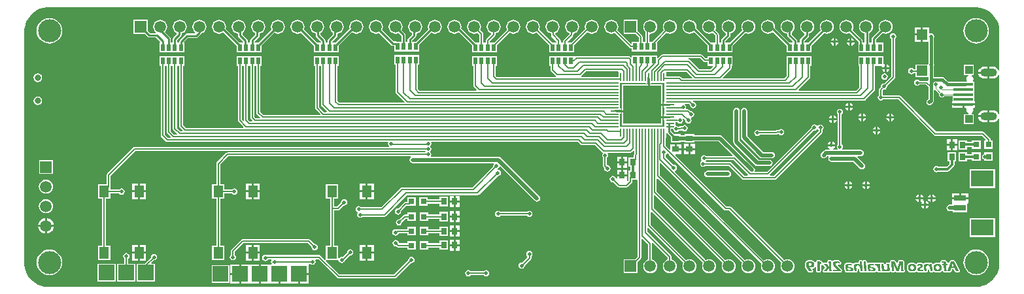
<source format=gbl>
G04*
G04 #@! TF.GenerationSoftware,Altium Limited,Altium Designer,19.0.14 (431)*
G04*
G04 Layer_Physical_Order=2*
G04 Layer_Color=16711680*
%FSLAX44Y44*%
%MOMM*%
G71*
G01*
G75*
%ADD10C,0.2500*%
%ADD12C,0.3000*%
%ADD13C,0.1520*%
%ADD14C,0.2000*%
%ADD16C,0.1270*%
%ADD20R,2.0000X2.0000*%
%ADD21R,0.8000X0.9000*%
%ADD24R,0.9000X0.8000*%
%ADD67C,3.0000*%
%ADD69C,0.5000*%
%ADD70C,0.1250*%
%ADD72C,0.4000*%
%ADD73C,0.1000*%
G04:AMPARAMS|DCode=75|XSize=2.15mm|YSize=1.05mm|CornerRadius=0.525mm|HoleSize=0mm|Usage=FLASHONLY|Rotation=180.000|XOffset=0mm|YOffset=0mm|HoleType=Round|Shape=RoundedRectangle|*
%AMROUNDEDRECTD75*
21,1,2.1500,0.0000,0,0,180.0*
21,1,1.1000,1.0500,0,0,180.0*
1,1,1.0500,-0.5500,0.0000*
1,1,1.0500,0.5500,0.0000*
1,1,1.0500,0.5500,0.0000*
1,1,1.0500,-0.5500,0.0000*
%
%ADD75ROUNDEDRECTD75*%
%ADD76C,1.0000*%
%ADD77C,1.5000*%
%ADD78R,1.5000X1.5000*%
%ADD79R,1.5000X1.5000*%
%ADD80C,0.8001*%
%ADD81C,0.5000*%
%ADD82R,4.9500X4.9500*%
%ADD83R,1.1000X0.2200*%
%ADD84R,0.2200X1.1000*%
%ADD85R,2.5000X0.4000*%
%ADD86R,1.0000X1.0000*%
%ADD87R,0.5300X0.9700*%
%ADD88R,1.3500X1.3500*%
%ADD89R,1.6000X0.8000*%
%ADD90R,3.0000X2.1000*%
%ADD91R,0.8000X0.8000*%
%ADD92R,1.3000X1.5499*%
%ADD93C,0.3500*%
%ADD94C,0.3810*%
%ADD95C,0.0847*%
G36*
X328628Y1245750D02*
X1525372D01*
X1525372Y1245750D01*
X1525372Y1245750D01*
X1527422Y1245748D01*
X1531487Y1245210D01*
X1535447Y1244146D01*
X1539234Y1242574D01*
X1542784Y1240521D01*
X1546035Y1238022D01*
X1548932Y1235121D01*
X1551426Y1231866D01*
X1553473Y1228313D01*
X1555039Y1224524D01*
X1556098Y1220562D01*
X1556630Y1216496D01*
X1556628Y1214446D01*
Y1163993D01*
X1555358Y1163740D01*
X1554825Y1165029D01*
X1553576Y1166656D01*
X1551949Y1167905D01*
X1550054Y1168689D01*
X1548020Y1168957D01*
X1543790D01*
Y1161100D01*
X1542520D01*
D01*
X1543790D01*
Y1153243D01*
X1548020D01*
X1550054Y1153511D01*
X1551949Y1154296D01*
X1553576Y1155544D01*
X1554825Y1157171D01*
X1555358Y1158460D01*
X1556628Y1158207D01*
Y1107635D01*
X1555358Y1107382D01*
X1554924Y1108429D01*
X1553676Y1110056D01*
X1552049Y1111305D01*
X1550154Y1112089D01*
X1548120Y1112357D01*
X1543890D01*
Y1104500D01*
Y1096643D01*
X1548120D01*
X1550154Y1096910D01*
X1552049Y1097695D01*
X1553676Y1098944D01*
X1554924Y1100571D01*
X1555358Y1101618D01*
X1556628Y1101366D01*
Y914446D01*
X1556628Y914446D01*
X1556628Y912401D01*
X1556094Y908347D01*
X1555036Y904397D01*
X1553471Y900619D01*
X1551426Y897077D01*
X1548937Y893833D01*
X1546045Y890941D01*
X1542801Y888452D01*
X1539259Y886407D01*
X1535481Y884842D01*
X1531531Y883784D01*
X1527477Y883250D01*
X1525432D01*
X325324Y883250D01*
X323278Y883250D01*
X319220Y883784D01*
X315267Y884844D01*
X311486Y886410D01*
X307942Y888456D01*
X304695Y890947D01*
X301801Y893841D01*
X299310Y897088D01*
X297264Y900632D01*
X295698Y904413D01*
X294639Y908366D01*
X294104Y912424D01*
X294104Y914470D01*
X294229Y1217263D01*
X294229Y1217263D01*
X294229Y1217263D01*
X294423Y1219324D01*
X295345Y1223360D01*
X296786Y1227241D01*
X298721Y1230901D01*
X301118Y1234277D01*
X303934Y1237311D01*
X307123Y1239951D01*
X310629Y1242153D01*
X314392Y1243878D01*
X318349Y1245098D01*
X322430Y1245790D01*
X326567Y1245944D01*
X328628Y1245750D01*
D02*
G37*
%LPC*%
G36*
X1454980Y1219790D02*
X1446960D01*
Y1211770D01*
X1454980D01*
Y1219790D01*
D02*
G37*
G36*
X1054100Y1229572D02*
X1051744Y1229262D01*
X1049549Y1228352D01*
X1047664Y1226906D01*
X1046218Y1225021D01*
X1045308Y1222826D01*
X1044998Y1220470D01*
X1045308Y1218114D01*
X1046218Y1215919D01*
X1047664Y1214034D01*
X1049549Y1212588D01*
X1051744Y1211678D01*
X1054100Y1211368D01*
X1056456Y1211678D01*
X1058433Y1212497D01*
X1077750Y1193180D01*
X1078585Y1192622D01*
X1079570Y1192427D01*
X1080826D01*
Y1188376D01*
X1113174D01*
Y1200105D01*
X1125567Y1212497D01*
X1127544Y1211678D01*
X1129900Y1211368D01*
X1132256Y1211678D01*
X1134451Y1212588D01*
X1136336Y1214034D01*
X1137782Y1215919D01*
X1138692Y1218114D01*
X1139002Y1220470D01*
X1138692Y1222826D01*
X1137782Y1225021D01*
X1136336Y1226906D01*
X1134451Y1228352D01*
X1132256Y1229262D01*
X1129900Y1229572D01*
X1127544Y1229262D01*
X1125349Y1228352D01*
X1123464Y1226906D01*
X1122018Y1225021D01*
X1121108Y1222826D01*
X1120798Y1220470D01*
X1121108Y1218114D01*
X1121927Y1216137D01*
X1107180Y1201390D01*
X1107003Y1201124D01*
X1103573D01*
Y1210555D01*
X1104500Y1211368D01*
X1106856Y1211678D01*
X1109051Y1212588D01*
X1110936Y1214034D01*
X1112382Y1215919D01*
X1113292Y1218114D01*
X1113602Y1220470D01*
X1113292Y1222826D01*
X1112382Y1225021D01*
X1110936Y1226906D01*
X1109051Y1228352D01*
X1106856Y1229262D01*
X1104500Y1229572D01*
X1102144Y1229262D01*
X1099949Y1228352D01*
X1098064Y1226906D01*
X1096618Y1225021D01*
X1095708Y1222826D01*
X1095398Y1220470D01*
X1095708Y1218114D01*
X1096618Y1215919D01*
X1098064Y1214034D01*
X1098427Y1213756D01*
Y1201124D01*
X1094574D01*
Y1207570D01*
X1094378Y1208555D01*
X1093820Y1209390D01*
X1088124Y1215085D01*
Y1229494D01*
X1070076D01*
Y1211446D01*
X1084485D01*
X1089426Y1206504D01*
Y1201124D01*
X1080826D01*
Y1199180D01*
X1079556Y1198653D01*
X1062073Y1216137D01*
X1062892Y1218114D01*
X1063202Y1220470D01*
X1062892Y1222826D01*
X1061982Y1225021D01*
X1060536Y1226906D01*
X1058651Y1228352D01*
X1056456Y1229262D01*
X1054100Y1229572D01*
D02*
G37*
G36*
X1365270Y1205886D02*
Y1202270D01*
X1368886D01*
X1368748Y1202967D01*
X1367634Y1204634D01*
X1365966Y1205748D01*
X1365270Y1205886D01*
D02*
G37*
G36*
X1362730D02*
X1362034Y1205748D01*
X1360366Y1204634D01*
X1359252Y1202967D01*
X1359114Y1202270D01*
X1362730D01*
Y1205886D01*
D02*
G37*
G36*
X1344270D02*
Y1202270D01*
X1347886D01*
X1347748Y1202967D01*
X1346634Y1204634D01*
X1344966Y1205748D01*
X1344270Y1205886D01*
D02*
G37*
G36*
X1341730D02*
X1341033Y1205748D01*
X1339366Y1204634D01*
X1338252Y1202967D01*
X1338114Y1202270D01*
X1341730D01*
Y1205886D01*
D02*
G37*
G36*
X825500Y1229572D02*
X823144Y1229262D01*
X820949Y1228352D01*
X819064Y1226906D01*
X817618Y1225021D01*
X816708Y1222826D01*
X816398Y1220470D01*
X816708Y1218114D01*
X817061Y1217261D01*
X801174Y1201374D01*
X796355D01*
X796050Y1202644D01*
X800626Y1207220D01*
X801239Y1208138D01*
X801455Y1209220D01*
Y1211546D01*
X802456Y1211678D01*
X804651Y1212588D01*
X806536Y1214034D01*
X807982Y1215919D01*
X808892Y1218114D01*
X809202Y1220470D01*
X808892Y1222826D01*
X807982Y1225021D01*
X806536Y1226906D01*
X804651Y1228352D01*
X802456Y1229262D01*
X800100Y1229572D01*
X797744Y1229262D01*
X795549Y1228352D01*
X793664Y1226906D01*
X792218Y1225021D01*
X791308Y1222826D01*
X790998Y1220470D01*
X791308Y1218114D01*
X792218Y1215919D01*
X793664Y1214034D01*
X795549Y1212588D01*
X795798Y1212485D01*
Y1210392D01*
X791006Y1205600D01*
X790393Y1204682D01*
X790178Y1203600D01*
Y1201374D01*
X787828D01*
Y1210170D01*
X787828Y1210170D01*
X787613Y1211252D01*
X787000Y1212170D01*
X787000Y1212170D01*
X782778Y1216392D01*
X783492Y1218114D01*
X783802Y1220470D01*
X783492Y1222826D01*
X782582Y1225021D01*
X781136Y1226906D01*
X779251Y1228352D01*
X777056Y1229262D01*
X774700Y1229572D01*
X772344Y1229262D01*
X770149Y1228352D01*
X768264Y1226906D01*
X766818Y1225021D01*
X765908Y1222826D01*
X765598Y1220470D01*
X765908Y1218114D01*
X766818Y1215919D01*
X768264Y1214034D01*
X770149Y1212588D01*
X772344Y1211678D01*
X774700Y1211368D01*
X777056Y1211678D01*
X778778Y1212392D01*
X782172Y1208998D01*
Y1201374D01*
X775873D01*
X775600Y1201428D01*
X772342D01*
X757378Y1216392D01*
X758092Y1218114D01*
X758402Y1220470D01*
X758092Y1222826D01*
X757182Y1225021D01*
X755736Y1226906D01*
X753851Y1228352D01*
X751656Y1229262D01*
X749300Y1229572D01*
X746944Y1229262D01*
X744749Y1228352D01*
X742864Y1226906D01*
X741418Y1225021D01*
X740508Y1222826D01*
X740198Y1220470D01*
X740508Y1218114D01*
X741418Y1215919D01*
X742864Y1214034D01*
X744749Y1212588D01*
X746944Y1211678D01*
X749300Y1211368D01*
X751656Y1211678D01*
X753378Y1212392D01*
X769170Y1196600D01*
X770088Y1195987D01*
X771170Y1195772D01*
X772826D01*
Y1188626D01*
X805174D01*
Y1197374D01*
X820631Y1212831D01*
X820949Y1212588D01*
X823144Y1211678D01*
X825500Y1211368D01*
X827856Y1211678D01*
X830051Y1212588D01*
X831936Y1214034D01*
X833382Y1215919D01*
X834292Y1218114D01*
X834602Y1220470D01*
X834292Y1222826D01*
X833382Y1225021D01*
X831936Y1226906D01*
X830051Y1228352D01*
X827856Y1229262D01*
X825500Y1229572D01*
D02*
G37*
G36*
X1454980Y1209230D02*
X1446960D01*
Y1201210D01*
X1454980D01*
Y1209230D01*
D02*
G37*
G36*
X1409300Y1229572D02*
X1406944Y1229262D01*
X1404749Y1228352D01*
X1402864Y1226906D01*
X1401418Y1225021D01*
X1400508Y1222826D01*
X1400198Y1220470D01*
X1400508Y1218114D01*
X1401222Y1216392D01*
X1392000Y1207170D01*
X1391387Y1206252D01*
X1391172Y1205170D01*
Y1200124D01*
X1387778D01*
Y1212309D01*
X1388451Y1212588D01*
X1390336Y1214034D01*
X1391782Y1215919D01*
X1392692Y1218114D01*
X1393002Y1220470D01*
X1392692Y1222826D01*
X1391782Y1225021D01*
X1390336Y1226906D01*
X1388451Y1228352D01*
X1386256Y1229262D01*
X1383900Y1229572D01*
X1381544Y1229262D01*
X1379349Y1228352D01*
X1377464Y1226906D01*
X1376018Y1225021D01*
X1375108Y1222826D01*
X1374798Y1220470D01*
X1375108Y1218114D01*
X1376018Y1215919D01*
X1377464Y1214034D01*
X1379349Y1212588D01*
X1381544Y1211678D01*
X1382122Y1211602D01*
Y1200124D01*
X1379448D01*
Y1202350D01*
X1379233Y1203432D01*
X1378620Y1204350D01*
X1366578Y1216392D01*
X1367292Y1218114D01*
X1367602Y1220470D01*
X1367292Y1222826D01*
X1366382Y1225021D01*
X1364936Y1226906D01*
X1363051Y1228352D01*
X1360856Y1229262D01*
X1358500Y1229572D01*
X1356144Y1229262D01*
X1353949Y1228352D01*
X1352064Y1226906D01*
X1350618Y1225021D01*
X1349708Y1222826D01*
X1349398Y1220470D01*
X1349708Y1218114D01*
X1350618Y1215919D01*
X1352064Y1214034D01*
X1353949Y1212588D01*
X1356144Y1211678D01*
X1358500Y1211368D01*
X1360856Y1211678D01*
X1362578Y1212392D01*
X1373792Y1201178D01*
Y1195130D01*
X1373826Y1194957D01*
Y1187376D01*
X1406174D01*
Y1200124D01*
X1396828D01*
Y1203998D01*
X1405222Y1212392D01*
X1406944Y1211678D01*
X1409300Y1211368D01*
X1411656Y1211678D01*
X1413851Y1212588D01*
X1415736Y1214034D01*
X1417182Y1215919D01*
X1418092Y1218114D01*
X1418402Y1220470D01*
X1418092Y1222826D01*
X1417182Y1225021D01*
X1415736Y1226906D01*
X1413851Y1228352D01*
X1411656Y1229262D01*
X1409300Y1229572D01*
D02*
G37*
G36*
X1333100D02*
X1330744Y1229262D01*
X1328549Y1228352D01*
X1326664Y1226906D01*
X1325218Y1225021D01*
X1324308Y1222826D01*
X1323998Y1220470D01*
X1324308Y1218114D01*
X1325145Y1216095D01*
X1309174Y1200124D01*
X1303828D01*
Y1201997D01*
X1309051Y1207220D01*
X1309664Y1208138D01*
X1309880Y1209220D01*
Y1211655D01*
X1310056Y1211678D01*
X1312251Y1212588D01*
X1314136Y1214034D01*
X1315582Y1215919D01*
X1316492Y1218114D01*
X1316802Y1220470D01*
X1316492Y1222826D01*
X1315582Y1225021D01*
X1314136Y1226906D01*
X1312251Y1228352D01*
X1310056Y1229262D01*
X1307700Y1229572D01*
X1305344Y1229262D01*
X1303149Y1228352D01*
X1301264Y1226906D01*
X1299818Y1225021D01*
X1298908Y1222826D01*
X1298598Y1220470D01*
X1298908Y1218114D01*
X1299818Y1215919D01*
X1301264Y1214034D01*
X1303149Y1212588D01*
X1304223Y1212143D01*
Y1210391D01*
X1299000Y1205169D01*
X1298387Y1204251D01*
X1298172Y1203169D01*
Y1200124D01*
X1294647D01*
Y1202350D01*
X1294647Y1202350D01*
X1294432Y1203432D01*
X1293819Y1204350D01*
X1293819Y1204350D01*
X1287520Y1210648D01*
Y1213101D01*
X1288736Y1214034D01*
X1290182Y1215919D01*
X1291092Y1218114D01*
X1291402Y1220470D01*
X1291092Y1222826D01*
X1290182Y1225021D01*
X1288736Y1226906D01*
X1286851Y1228352D01*
X1284656Y1229262D01*
X1282300Y1229572D01*
X1279944Y1229262D01*
X1277749Y1228352D01*
X1275864Y1226906D01*
X1274418Y1225021D01*
X1273508Y1222826D01*
X1273198Y1220470D01*
X1273508Y1218114D01*
X1274418Y1215919D01*
X1275864Y1214034D01*
X1277749Y1212588D01*
X1279944Y1211678D01*
X1281863Y1211426D01*
Y1209477D01*
X1282079Y1208395D01*
X1282692Y1207477D01*
X1288775Y1201394D01*
X1288470Y1200124D01*
X1284826D01*
X1265825Y1219125D01*
X1266002Y1220470D01*
X1265692Y1222826D01*
X1264782Y1225021D01*
X1263336Y1226906D01*
X1261451Y1228352D01*
X1259256Y1229262D01*
X1256900Y1229572D01*
X1254544Y1229262D01*
X1252349Y1228352D01*
X1250464Y1226906D01*
X1249018Y1225021D01*
X1248108Y1222826D01*
X1247798Y1220470D01*
X1248108Y1218114D01*
X1249018Y1215919D01*
X1250464Y1214034D01*
X1252349Y1212588D01*
X1254544Y1211678D01*
X1256900Y1211368D01*
X1259256Y1211678D01*
X1261451Y1212588D01*
X1263098Y1213852D01*
X1280826Y1196124D01*
Y1187376D01*
X1313174D01*
Y1196124D01*
X1329319Y1212269D01*
X1330744Y1211678D01*
X1333100Y1211368D01*
X1335456Y1211678D01*
X1337651Y1212588D01*
X1339536Y1214034D01*
X1340982Y1215919D01*
X1341892Y1218114D01*
X1342202Y1220470D01*
X1341892Y1222826D01*
X1340982Y1225021D01*
X1339536Y1226906D01*
X1337651Y1228352D01*
X1335456Y1229262D01*
X1333100Y1229572D01*
D02*
G37*
G36*
X1231500D02*
X1229144Y1229262D01*
X1226949Y1228352D01*
X1225064Y1226906D01*
X1223618Y1225021D01*
X1222708Y1222826D01*
X1222398Y1220470D01*
X1222708Y1218114D01*
X1223428Y1216377D01*
X1207174Y1200124D01*
X1201828D01*
Y1201797D01*
X1207251Y1207220D01*
X1207864Y1208138D01*
X1208080Y1209220D01*
Y1211629D01*
X1208456Y1211678D01*
X1210651Y1212588D01*
X1212536Y1214034D01*
X1213982Y1215919D01*
X1214892Y1218114D01*
X1215202Y1220470D01*
X1214892Y1222826D01*
X1213982Y1225021D01*
X1212536Y1226906D01*
X1210651Y1228352D01*
X1208456Y1229262D01*
X1206100Y1229572D01*
X1203744Y1229262D01*
X1201549Y1228352D01*
X1199664Y1226906D01*
X1198218Y1225021D01*
X1197308Y1222826D01*
X1196998Y1220470D01*
X1197308Y1218114D01*
X1198218Y1215919D01*
X1199664Y1214034D01*
X1201549Y1212588D01*
X1202423Y1212226D01*
Y1210391D01*
X1197000Y1204969D01*
X1196387Y1204051D01*
X1196172Y1202969D01*
Y1200124D01*
X1193574D01*
Y1210170D01*
X1193378Y1211155D01*
X1192820Y1211990D01*
X1188673Y1216137D01*
X1189492Y1218114D01*
X1189802Y1220470D01*
X1189492Y1222826D01*
X1188582Y1225021D01*
X1187136Y1226906D01*
X1185251Y1228352D01*
X1183056Y1229262D01*
X1180700Y1229572D01*
X1178344Y1229262D01*
X1176149Y1228352D01*
X1174264Y1226906D01*
X1172818Y1225021D01*
X1171908Y1222826D01*
X1171598Y1220470D01*
X1171908Y1218114D01*
X1172818Y1215919D01*
X1174264Y1214034D01*
X1176149Y1212588D01*
X1178344Y1211678D01*
X1180700Y1211368D01*
X1183056Y1211678D01*
X1185033Y1212497D01*
X1188427Y1209104D01*
Y1200124D01*
X1182826D01*
X1164178Y1218772D01*
X1164402Y1220470D01*
X1164092Y1222826D01*
X1163182Y1225021D01*
X1161736Y1226906D01*
X1159851Y1228352D01*
X1157656Y1229262D01*
X1155300Y1229572D01*
X1152944Y1229262D01*
X1150749Y1228352D01*
X1148864Y1226906D01*
X1147418Y1225021D01*
X1146508Y1222826D01*
X1146198Y1220470D01*
X1146508Y1218114D01*
X1147418Y1215919D01*
X1148864Y1214034D01*
X1150749Y1212588D01*
X1152944Y1211678D01*
X1155300Y1211368D01*
X1157656Y1211678D01*
X1159851Y1212588D01*
X1161272Y1213678D01*
X1178826Y1196124D01*
Y1187376D01*
X1211174D01*
Y1196124D01*
X1227436Y1212386D01*
X1229144Y1211678D01*
X1231500Y1211368D01*
X1233856Y1211678D01*
X1236051Y1212588D01*
X1237936Y1214034D01*
X1239382Y1215919D01*
X1240292Y1218114D01*
X1240602Y1220470D01*
X1240292Y1222826D01*
X1239382Y1225021D01*
X1237936Y1226906D01*
X1236051Y1228352D01*
X1233856Y1229262D01*
X1231500Y1229572D01*
D02*
G37*
G36*
X1028700Y1229572D02*
X1026344Y1229262D01*
X1024149Y1228352D01*
X1022264Y1226906D01*
X1020818Y1225021D01*
X1019908Y1222826D01*
X1019598Y1220470D01*
X1019908Y1218114D01*
X1020089Y1217678D01*
X1002535Y1200124D01*
X997758D01*
X997232Y1201394D01*
X1003989Y1208150D01*
X1004547Y1208985D01*
X1004742Y1209970D01*
Y1211558D01*
X1005656Y1211678D01*
X1007851Y1212588D01*
X1009736Y1214034D01*
X1011182Y1215919D01*
X1012092Y1218114D01*
X1012402Y1220470D01*
X1012092Y1222826D01*
X1011182Y1225021D01*
X1009736Y1226906D01*
X1007851Y1228352D01*
X1005656Y1229262D01*
X1003300Y1229572D01*
X1000944Y1229262D01*
X998749Y1228352D01*
X996864Y1226906D01*
X995418Y1225021D01*
X994508Y1222826D01*
X994198Y1220470D01*
X994508Y1218114D01*
X995418Y1215919D01*
X996864Y1214034D01*
X998749Y1212588D01*
X999595Y1212237D01*
Y1211036D01*
X992180Y1203621D01*
X991622Y1202786D01*
X991426Y1201801D01*
Y1200124D01*
X988574D01*
Y1202401D01*
X988378Y1203386D01*
X987820Y1204221D01*
X981225Y1210815D01*
X981388Y1212147D01*
X982451Y1212588D01*
X984336Y1214034D01*
X985782Y1215919D01*
X986692Y1218114D01*
X987002Y1220470D01*
X986692Y1222826D01*
X985782Y1225021D01*
X984336Y1226906D01*
X982451Y1228352D01*
X980256Y1229262D01*
X977900Y1229572D01*
X975544Y1229262D01*
X973349Y1228352D01*
X971464Y1226906D01*
X970018Y1225021D01*
X969108Y1222826D01*
X968798Y1220470D01*
X969108Y1218114D01*
X970018Y1215919D01*
X971464Y1214034D01*
X973349Y1212588D01*
X975544Y1211678D01*
X975858Y1211637D01*
Y1209970D01*
X976053Y1208985D01*
X976611Y1208150D01*
X983368Y1201394D01*
X983284Y1200124D01*
X977465D01*
X960760Y1216830D01*
X961292Y1218114D01*
X961602Y1220470D01*
X961292Y1222826D01*
X960382Y1225021D01*
X958936Y1226906D01*
X957051Y1228352D01*
X954856Y1229262D01*
X952500Y1229572D01*
X950144Y1229262D01*
X947949Y1228352D01*
X946064Y1226906D01*
X944618Y1225021D01*
X943708Y1222826D01*
X943398Y1220470D01*
X943708Y1218114D01*
X944618Y1215919D01*
X946064Y1214034D01*
X947949Y1212588D01*
X950144Y1211678D01*
X952500Y1211368D01*
X954856Y1211678D01*
X957051Y1212588D01*
X957431Y1212879D01*
X973826Y1196485D01*
Y1187376D01*
X1006174D01*
Y1196485D01*
X1023090Y1213400D01*
X1024149Y1212588D01*
X1026344Y1211678D01*
X1028700Y1211368D01*
X1031056Y1211678D01*
X1033251Y1212588D01*
X1035136Y1214034D01*
X1036582Y1215919D01*
X1037492Y1218114D01*
X1037802Y1220470D01*
X1037492Y1222826D01*
X1036582Y1225021D01*
X1035136Y1226906D01*
X1033251Y1228352D01*
X1031056Y1229262D01*
X1028700Y1229572D01*
D02*
G37*
G36*
X927100D02*
X924744Y1229262D01*
X922549Y1228352D01*
X920664Y1226906D01*
X919218Y1225021D01*
X918308Y1222826D01*
X917998Y1220470D01*
X918308Y1218114D01*
X918958Y1216547D01*
X902535Y1200124D01*
X896573D01*
Y1201535D01*
X903189Y1208150D01*
X903746Y1208985D01*
X903942Y1209970D01*
Y1211663D01*
X904056Y1211678D01*
X906251Y1212588D01*
X908136Y1214034D01*
X909582Y1215919D01*
X910492Y1218114D01*
X910802Y1220470D01*
X910492Y1222826D01*
X909582Y1225021D01*
X908136Y1226906D01*
X906251Y1228352D01*
X904056Y1229262D01*
X901700Y1229572D01*
X899344Y1229262D01*
X897149Y1228352D01*
X895264Y1226906D01*
X893818Y1225021D01*
X892908Y1222826D01*
X892598Y1220470D01*
X892908Y1218114D01*
X893818Y1215919D01*
X895264Y1214034D01*
X897149Y1212588D01*
X898312Y1212106D01*
X898492Y1210732D01*
X892180Y1204421D01*
X891622Y1203586D01*
X891426Y1202601D01*
Y1200124D01*
X888574D01*
Y1210770D01*
X888378Y1211755D01*
X887820Y1212590D01*
X884273Y1216137D01*
X885092Y1218114D01*
X885402Y1220470D01*
X885092Y1222826D01*
X884182Y1225021D01*
X882736Y1226906D01*
X880851Y1228352D01*
X878656Y1229262D01*
X876300Y1229572D01*
X873944Y1229262D01*
X871749Y1228352D01*
X869864Y1226906D01*
X868418Y1225021D01*
X867508Y1222826D01*
X867198Y1220470D01*
X867508Y1218114D01*
X868418Y1215919D01*
X869864Y1214034D01*
X871749Y1212588D01*
X873944Y1211678D01*
X876300Y1211368D01*
X878656Y1211678D01*
X880633Y1212497D01*
X883427Y1209704D01*
Y1200124D01*
X877826D01*
X859708Y1218241D01*
X860002Y1220470D01*
X859692Y1222826D01*
X858782Y1225021D01*
X857336Y1226906D01*
X855451Y1228352D01*
X853256Y1229262D01*
X850900Y1229572D01*
X848544Y1229262D01*
X846349Y1228352D01*
X844464Y1226906D01*
X843018Y1225021D01*
X842108Y1222826D01*
X841798Y1220470D01*
X842108Y1218114D01*
X843018Y1215919D01*
X844464Y1214034D01*
X846349Y1212588D01*
X848544Y1211678D01*
X850900Y1211368D01*
X853256Y1211678D01*
X855451Y1212588D01*
X856533Y1213418D01*
X873826Y1196124D01*
Y1187376D01*
X906174D01*
Y1196485D01*
X922395Y1212706D01*
X922549Y1212588D01*
X924744Y1211678D01*
X927100Y1211368D01*
X929456Y1211678D01*
X931651Y1212588D01*
X933536Y1214034D01*
X934982Y1215919D01*
X935892Y1218114D01*
X936202Y1220470D01*
X935892Y1222826D01*
X934982Y1225021D01*
X933536Y1226906D01*
X931651Y1228352D01*
X929456Y1229262D01*
X927100Y1229572D01*
D02*
G37*
G36*
X723900D02*
X721544Y1229262D01*
X719349Y1228352D01*
X717464Y1226906D01*
X716018Y1225021D01*
X715108Y1222826D01*
X714798Y1220470D01*
X715108Y1218114D01*
X715125Y1218075D01*
X697174Y1200124D01*
X692930D01*
X692625Y1201394D01*
X698451Y1207220D01*
X699064Y1208138D01*
X699280Y1209220D01*
Y1211471D01*
X700856Y1211678D01*
X703051Y1212588D01*
X704936Y1214034D01*
X706382Y1215919D01*
X707292Y1218114D01*
X707602Y1220470D01*
X707292Y1222826D01*
X706382Y1225021D01*
X704936Y1226906D01*
X703051Y1228352D01*
X700856Y1229262D01*
X698500Y1229572D01*
X696144Y1229262D01*
X693949Y1228352D01*
X692064Y1226906D01*
X690618Y1225021D01*
X689708Y1222826D01*
X689398Y1220470D01*
X689708Y1218114D01*
X690618Y1215919D01*
X692064Y1214034D01*
X693623Y1212838D01*
Y1210392D01*
X687581Y1204350D01*
X686968Y1203432D01*
X686753Y1202350D01*
Y1200124D01*
X683828D01*
Y1202569D01*
X683613Y1203651D01*
X683000Y1204569D01*
X683000Y1204569D01*
X677177Y1210392D01*
Y1212391D01*
X677651Y1212588D01*
X679536Y1214034D01*
X680982Y1215919D01*
X681892Y1218114D01*
X682202Y1220470D01*
X681892Y1222826D01*
X680982Y1225021D01*
X679536Y1226906D01*
X677651Y1228352D01*
X675456Y1229262D01*
X673100Y1229572D01*
X670744Y1229262D01*
X668549Y1228352D01*
X666664Y1226906D01*
X665218Y1225021D01*
X664308Y1222826D01*
X663998Y1220470D01*
X664308Y1218114D01*
X665218Y1215919D01*
X666664Y1214034D01*
X668549Y1212588D01*
X670744Y1211678D01*
X671520Y1211576D01*
Y1209220D01*
X671736Y1208138D01*
X672349Y1207220D01*
X678172Y1201397D01*
Y1200124D01*
X672826D01*
X656007Y1216943D01*
X656492Y1218114D01*
X656802Y1220470D01*
X656492Y1222826D01*
X655582Y1225021D01*
X654136Y1226906D01*
X652251Y1228352D01*
X650056Y1229262D01*
X647700Y1229572D01*
X645344Y1229262D01*
X643149Y1228352D01*
X641264Y1226906D01*
X639818Y1225021D01*
X638908Y1222826D01*
X638598Y1220470D01*
X638908Y1218114D01*
X639818Y1215919D01*
X641264Y1214034D01*
X643149Y1212588D01*
X645344Y1211678D01*
X647700Y1211368D01*
X650056Y1211678D01*
X652251Y1212588D01*
X652314Y1212636D01*
X668826Y1196124D01*
Y1187376D01*
X701174D01*
Y1196124D01*
X718381Y1213331D01*
X719349Y1212588D01*
X721544Y1211678D01*
X723900Y1211368D01*
X726256Y1211678D01*
X728451Y1212588D01*
X730336Y1214034D01*
X731782Y1215919D01*
X732692Y1218114D01*
X733002Y1220470D01*
X732692Y1222826D01*
X731782Y1225021D01*
X730336Y1226906D01*
X728451Y1228352D01*
X726256Y1229262D01*
X723900Y1229572D01*
D02*
G37*
G36*
X622300D02*
X619944Y1229262D01*
X617749Y1228352D01*
X615864Y1226906D01*
X614418Y1225021D01*
X613508Y1222826D01*
X613198Y1220470D01*
X613508Y1218114D01*
X613993Y1216943D01*
X597174Y1200124D01*
X591828D01*
Y1201397D01*
X597651Y1207220D01*
X598264Y1208138D01*
X598480Y1209220D01*
Y1211576D01*
X599256Y1211678D01*
X601451Y1212588D01*
X603336Y1214034D01*
X604782Y1215919D01*
X605692Y1218114D01*
X606002Y1220470D01*
X605692Y1222826D01*
X604782Y1225021D01*
X603336Y1226906D01*
X601451Y1228352D01*
X599256Y1229262D01*
X596900Y1229572D01*
X594544Y1229262D01*
X592349Y1228352D01*
X590464Y1226906D01*
X589018Y1225021D01*
X588108Y1222826D01*
X587798Y1220470D01*
X588108Y1218114D01*
X589018Y1215919D01*
X590464Y1214034D01*
X592349Y1212588D01*
X592823Y1212391D01*
Y1210392D01*
X587000Y1204569D01*
X586387Y1203651D01*
X586172Y1202569D01*
Y1200124D01*
X583247D01*
Y1202350D01*
X583032Y1203432D01*
X582419Y1204350D01*
X576377Y1210392D01*
Y1212838D01*
X577936Y1214034D01*
X579382Y1215919D01*
X580292Y1218114D01*
X580602Y1220470D01*
X580292Y1222826D01*
X579382Y1225021D01*
X577936Y1226906D01*
X576051Y1228352D01*
X573856Y1229262D01*
X571500Y1229572D01*
X569144Y1229262D01*
X566949Y1228352D01*
X565064Y1226906D01*
X563618Y1225021D01*
X562708Y1222826D01*
X562398Y1220470D01*
X562708Y1218114D01*
X563618Y1215919D01*
X565064Y1214034D01*
X566949Y1212588D01*
X569144Y1211678D01*
X570720Y1211471D01*
Y1209220D01*
X570936Y1208138D01*
X571549Y1207220D01*
X577375Y1201394D01*
X577070Y1200124D01*
X572826D01*
X554875Y1218075D01*
X554892Y1218114D01*
X555202Y1220470D01*
X554892Y1222826D01*
X553982Y1225021D01*
X552536Y1226906D01*
X550651Y1228352D01*
X548456Y1229262D01*
X546100Y1229572D01*
X543744Y1229262D01*
X541549Y1228352D01*
X539664Y1226906D01*
X538218Y1225021D01*
X537308Y1222826D01*
X536998Y1220470D01*
X537308Y1218114D01*
X538218Y1215919D01*
X539664Y1214034D01*
X541549Y1212588D01*
X543744Y1211678D01*
X546100Y1211368D01*
X548456Y1211678D01*
X550651Y1212588D01*
X551619Y1213331D01*
X568826Y1196124D01*
Y1187376D01*
X601174D01*
Y1196124D01*
X617686Y1212636D01*
X617749Y1212588D01*
X619944Y1211678D01*
X622300Y1211368D01*
X624656Y1211678D01*
X626851Y1212588D01*
X628736Y1214034D01*
X630182Y1215919D01*
X631092Y1218114D01*
X631402Y1220470D01*
X631092Y1222826D01*
X630182Y1225021D01*
X628736Y1226906D01*
X626851Y1228352D01*
X624656Y1229262D01*
X622300Y1229572D01*
D02*
G37*
G36*
X520700D02*
X518344Y1229262D01*
X516149Y1228352D01*
X514264Y1226906D01*
X512818Y1225021D01*
X511908Y1222826D01*
X511598Y1220470D01*
X511908Y1218114D01*
X512818Y1215919D01*
X514264Y1214034D01*
X514509Y1213846D01*
X514687Y1212163D01*
X514405Y1211828D01*
X505000D01*
X503918Y1211613D01*
X503000Y1211000D01*
X495000Y1203000D01*
X494387Y1202082D01*
X494172Y1201000D01*
Y1200124D01*
X491828D01*
Y1203198D01*
X496851Y1208221D01*
X497464Y1209139D01*
X497680Y1210221D01*
X497680Y1210221D01*
Y1211688D01*
X499851Y1212588D01*
X501736Y1214034D01*
X503182Y1215919D01*
X504092Y1218114D01*
X504402Y1220470D01*
X504092Y1222826D01*
X503182Y1225021D01*
X501736Y1226906D01*
X499851Y1228352D01*
X497656Y1229262D01*
X495300Y1229572D01*
X492944Y1229262D01*
X490749Y1228352D01*
X488864Y1226906D01*
X487418Y1225021D01*
X486508Y1222826D01*
X486198Y1220470D01*
X486508Y1218114D01*
X487418Y1215919D01*
X488864Y1214034D01*
X490749Y1212588D01*
X491295Y1212361D01*
X491523Y1210892D01*
X487000Y1206370D01*
X486387Y1205452D01*
X486172Y1204370D01*
Y1200124D01*
X483828D01*
Y1205000D01*
X483828Y1205000D01*
X483613Y1206082D01*
X483000Y1207000D01*
X476313Y1213687D01*
X476336Y1214034D01*
X477782Y1215919D01*
X478692Y1218114D01*
X479002Y1220470D01*
X478692Y1222826D01*
X477782Y1225021D01*
X476336Y1226906D01*
X474451Y1228352D01*
X472256Y1229262D01*
X469900Y1229572D01*
X467544Y1229262D01*
X465349Y1228352D01*
X463464Y1226906D01*
X462018Y1225021D01*
X461108Y1222826D01*
X460798Y1220470D01*
X461108Y1218114D01*
X462018Y1215919D01*
X463464Y1214034D01*
X464201Y1213468D01*
X463770Y1212198D01*
X456772D01*
X453524Y1215446D01*
Y1229494D01*
X435476D01*
Y1211446D01*
X449524D01*
X453600Y1207370D01*
X454518Y1206757D01*
X455600Y1206542D01*
X455600Y1206542D01*
X464459D01*
X469606Y1201394D01*
X469080Y1200124D01*
X468826D01*
Y1187376D01*
X501174D01*
Y1200124D01*
X501174D01*
X500866Y1200866D01*
X506172Y1206172D01*
X516500D01*
X517582Y1206387D01*
X518500Y1207000D01*
X522700Y1211200D01*
X523016Y1211673D01*
X523056Y1211678D01*
X525251Y1212588D01*
X527136Y1214034D01*
X528582Y1215919D01*
X529492Y1218114D01*
X529802Y1220470D01*
X529492Y1222826D01*
X528582Y1225021D01*
X527136Y1226906D01*
X525251Y1228352D01*
X523056Y1229262D01*
X520700Y1229572D01*
D02*
G37*
G36*
X1526500Y1231824D02*
X1523261Y1231505D01*
X1520146Y1230560D01*
X1517275Y1229026D01*
X1514759Y1226961D01*
X1512694Y1224445D01*
X1511160Y1221574D01*
X1510215Y1218459D01*
X1509896Y1215220D01*
X1510215Y1211981D01*
X1511160Y1208866D01*
X1512694Y1205995D01*
X1514759Y1203479D01*
X1517275Y1201414D01*
X1520146Y1199880D01*
X1523261Y1198935D01*
X1526500Y1198616D01*
X1529739Y1198935D01*
X1532854Y1199880D01*
X1535725Y1201414D01*
X1538241Y1203479D01*
X1540306Y1205995D01*
X1541840Y1208866D01*
X1542785Y1211981D01*
X1543104Y1215220D01*
X1542785Y1218459D01*
X1541840Y1221574D01*
X1540306Y1224445D01*
X1538241Y1226961D01*
X1535725Y1229026D01*
X1532854Y1230560D01*
X1529739Y1231505D01*
X1526500Y1231824D01*
D02*
G37*
G36*
X326500D02*
X323261Y1231505D01*
X320146Y1230560D01*
X317275Y1229026D01*
X314759Y1226961D01*
X312694Y1224445D01*
X311160Y1221574D01*
X310215Y1218459D01*
X309896Y1215220D01*
X310215Y1211981D01*
X311160Y1208866D01*
X312694Y1205995D01*
X314759Y1203479D01*
X317275Y1201414D01*
X320146Y1199880D01*
X323261Y1198935D01*
X326500Y1198616D01*
X329739Y1198935D01*
X332854Y1199880D01*
X335725Y1201414D01*
X338241Y1203479D01*
X340306Y1205995D01*
X341840Y1208866D01*
X342785Y1211981D01*
X343104Y1215220D01*
X342785Y1218459D01*
X341840Y1221574D01*
X340306Y1224445D01*
X338241Y1226961D01*
X335725Y1229026D01*
X332854Y1230560D01*
X329739Y1231505D01*
X326500Y1231824D01*
D02*
G37*
G36*
X1368886Y1199730D02*
X1365270D01*
Y1196114D01*
X1365966Y1196252D01*
X1367634Y1197366D01*
X1368748Y1199034D01*
X1368886Y1199730D01*
D02*
G37*
G36*
X1362730D02*
X1359114D01*
X1359252Y1199034D01*
X1360366Y1197366D01*
X1362034Y1196252D01*
X1362730Y1196114D01*
Y1199730D01*
D02*
G37*
G36*
X1347886D02*
X1344270D01*
Y1196114D01*
X1344966Y1196252D01*
X1346634Y1197366D01*
X1347748Y1199034D01*
X1347886Y1199730D01*
D02*
G37*
G36*
X1341730D02*
X1338114D01*
X1338252Y1199034D01*
X1339366Y1197366D01*
X1341033Y1196252D01*
X1341730Y1196114D01*
Y1199730D01*
D02*
G37*
G36*
X1170350Y1184573D02*
X1120226D01*
X1119241Y1184378D01*
X1118406Y1183820D01*
X1114444Y1179857D01*
X1113174Y1180383D01*
Y1183624D01*
X1080826D01*
Y1181609D01*
X1079556Y1181083D01*
X1078820Y1181820D01*
X1077985Y1182378D01*
X1077000Y1182573D01*
X1009000D01*
X1008015Y1182378D01*
X1007444Y1181996D01*
X1006174Y1182426D01*
Y1182624D01*
X973826D01*
Y1169876D01*
X975426D01*
Y1164500D01*
X975622Y1163515D01*
X976180Y1162680D01*
X981961Y1156900D01*
X982302Y1156672D01*
X981917Y1155402D01*
X906237D01*
X904574Y1157066D01*
Y1169876D01*
X906174D01*
Y1182624D01*
X873826D01*
Y1169876D01*
X875426D01*
Y1144250D01*
X875622Y1143265D01*
X876180Y1142430D01*
X879564Y1139047D01*
X879078Y1137873D01*
X805766D01*
X803573Y1140066D01*
Y1171126D01*
X805174D01*
Y1183874D01*
X772826D01*
Y1171126D01*
X774426D01*
Y1136000D01*
X774622Y1135015D01*
X775180Y1134180D01*
X786314Y1123047D01*
X785828Y1121873D01*
X701766D01*
X699574Y1124066D01*
Y1169876D01*
X701174D01*
Y1182624D01*
X668826D01*
Y1169876D01*
X670426D01*
Y1115300D01*
X670622Y1114315D01*
X671180Y1113480D01*
X677614Y1107047D01*
X677128Y1105873D01*
X603566D01*
X599574Y1109866D01*
Y1169876D01*
X601174D01*
Y1182624D01*
X568826D01*
Y1169876D01*
X570426D01*
Y1099214D01*
X570622Y1098230D01*
X571180Y1097395D01*
X577828Y1090747D01*
X577342Y1089574D01*
X503066D01*
X499573Y1093066D01*
Y1169876D01*
X501174D01*
Y1182624D01*
X468826D01*
Y1169876D01*
X470426D01*
Y1080000D01*
X470622Y1079015D01*
X471180Y1078180D01*
X477156Y1072204D01*
X477991Y1071646D01*
X478976Y1071451D01*
X764387D01*
X765132Y1070181D01*
X764897Y1069000D01*
X765210Y1067430D01*
X766099Y1066099D01*
X766481Y1065844D01*
X766096Y1064574D01*
X436536D01*
X435551Y1064378D01*
X434716Y1063820D01*
X401181Y1030284D01*
X400623Y1029449D01*
X400427Y1028464D01*
Y1016574D01*
X389477D01*
Y998027D01*
X394927D01*
Y937073D01*
X389477D01*
Y918525D01*
X405524D01*
Y937073D01*
X400074D01*
Y998027D01*
X405524D01*
Y1004426D01*
X416880D01*
X417099Y1004099D01*
X418430Y1003210D01*
X420000Y1002897D01*
X421570Y1003210D01*
X422901Y1004099D01*
X423791Y1005430D01*
X424103Y1007000D01*
X423791Y1008570D01*
X422901Y1009901D01*
X421570Y1010790D01*
X420000Y1011103D01*
X418430Y1010790D01*
X417099Y1009901D01*
X416880Y1009573D01*
X405524D01*
Y1012552D01*
X405574Y1012801D01*
Y1027399D01*
X437602Y1059427D01*
X812882D01*
X813468Y1058157D01*
X812970Y1057573D01*
X812965Y1057571D01*
X557002D01*
X556017Y1057375D01*
X555182Y1056818D01*
X543181Y1044816D01*
X542623Y1043981D01*
X542427Y1042997D01*
Y1016574D01*
X536977D01*
Y998027D01*
X542427D01*
Y937073D01*
X536977D01*
Y918525D01*
X553024D01*
Y937073D01*
X547574D01*
Y998027D01*
X553024D01*
Y1004426D01*
X562880D01*
X563099Y1004099D01*
X564430Y1003210D01*
X566000Y1002897D01*
X567570Y1003210D01*
X568901Y1004099D01*
X569790Y1005430D01*
X570103Y1007000D01*
X569790Y1008570D01*
X568901Y1009901D01*
X567570Y1010790D01*
X566000Y1011103D01*
X564430Y1010790D01*
X563099Y1009901D01*
X562880Y1009573D01*
X553024D01*
Y1016574D01*
X547574D01*
Y1041930D01*
X558068Y1052424D01*
X794093D01*
X794478Y1051154D01*
X794099Y1050901D01*
X793210Y1049570D01*
X792897Y1048000D01*
X793210Y1046430D01*
X794099Y1045099D01*
X795430Y1044210D01*
X797000Y1043897D01*
X901525D01*
X901756Y1043589D01*
X902087Y1042627D01*
X901381Y1041570D01*
X901069Y1040000D01*
X901146Y1039613D01*
X874106Y1012573D01*
X783000D01*
X782015Y1012378D01*
X781180Y1011820D01*
X755934Y986573D01*
X730120D01*
X729901Y986901D01*
X728570Y987791D01*
X727000Y988103D01*
X725430Y987791D01*
X724099Y986901D01*
X723210Y985570D01*
X722897Y984000D01*
X723210Y982430D01*
X724099Y981099D01*
X725430Y980210D01*
X725438Y978913D01*
X725208Y978568D01*
X724896Y976998D01*
X725208Y975428D01*
X726097Y974097D01*
X727429Y973207D01*
X728998Y972895D01*
X730569Y973207D01*
X731900Y974097D01*
X732119Y974425D01*
X759998D01*
X760983Y974621D01*
X761818Y975178D01*
X789066Y1002427D01*
X881000D01*
X881985Y1002622D01*
X882820Y1003180D01*
X906613Y1026974D01*
X907000Y1026897D01*
X908570Y1027209D01*
X909901Y1028099D01*
X910790Y1029430D01*
X911103Y1031000D01*
X910790Y1032570D01*
X909901Y1033901D01*
X908570Y1034790D01*
X907152Y1035073D01*
X907004Y1035484D01*
X906953Y1035704D01*
X906904Y1036318D01*
X908073Y1037099D01*
X908962Y1038430D01*
X909130Y1039272D01*
X910508Y1039690D01*
X955099Y995099D01*
X956430Y994210D01*
X958000Y993897D01*
X959570Y994210D01*
X960901Y995099D01*
X961790Y996430D01*
X962103Y998000D01*
X961790Y999570D01*
X960901Y1000901D01*
X910901Y1050901D01*
X909570Y1051790D01*
X908000Y1052103D01*
X821251D01*
X820652Y1053223D01*
X820789Y1053428D01*
X821101Y1054998D01*
X820789Y1056568D01*
X820051Y1057672D01*
X819900Y1059047D01*
Y1059098D01*
X819901Y1059099D01*
X820790Y1060430D01*
X821103Y1062000D01*
X820790Y1063570D01*
X819901Y1064901D01*
X820053Y1066327D01*
X820789Y1067428D01*
X821101Y1068998D01*
X820866Y1070181D01*
X821610Y1071451D01*
X1010910D01*
X1014180Y1068180D01*
X1015015Y1067622D01*
X1016000Y1067427D01*
X1032934D01*
X1042180Y1058180D01*
X1042454Y1057998D01*
X1042925Y1057196D01*
X1042754Y1056386D01*
X1042209Y1055570D01*
X1041897Y1054000D01*
X1042209Y1052430D01*
X1043099Y1051099D01*
X1043427Y1050880D01*
Y1040000D01*
X1043622Y1039015D01*
X1044180Y1038180D01*
X1044974Y1037386D01*
X1044897Y1037000D01*
X1045210Y1035430D01*
X1046099Y1034099D01*
X1047430Y1033210D01*
X1049000Y1032897D01*
X1050570Y1033210D01*
X1051901Y1034099D01*
X1052791Y1035430D01*
X1053103Y1037000D01*
X1052791Y1038570D01*
X1051901Y1039901D01*
X1050570Y1040790D01*
X1049000Y1041103D01*
X1048573Y1042313D01*
Y1050880D01*
X1048901Y1051099D01*
X1049790Y1052430D01*
X1050103Y1054000D01*
X1049790Y1055570D01*
X1049399Y1056156D01*
X1050078Y1057427D01*
X1079000D01*
X1079985Y1057622D01*
X1080820Y1058180D01*
X1082503Y1059864D01*
X1083677Y1059378D01*
Y1055720D01*
X1083593Y1055637D01*
X1083089Y1054881D01*
X1082911Y1053990D01*
Y1051024D01*
X1076476D01*
Y1038976D01*
X1078662D01*
Y1034024D01*
X1076476D01*
Y1031969D01*
X1076209Y1031570D01*
X1075897Y1030000D01*
X1076209Y1028430D01*
X1076476Y1028031D01*
Y1025249D01*
X1076426Y1025000D01*
Y1021347D01*
X1075816Y1020853D01*
X1075640Y1020803D01*
X1074540Y1021791D01*
X1074540Y1022133D01*
Y1026730D01*
X1068000D01*
X1061460D01*
Y1024140D01*
X1060190Y1023463D01*
X1059983Y1023602D01*
X1059790Y1024570D01*
X1058901Y1025901D01*
X1057570Y1026790D01*
X1056000Y1027103D01*
X1054430Y1026790D01*
X1053099Y1025901D01*
X1052209Y1024570D01*
X1051897Y1023000D01*
X1052209Y1021430D01*
X1053099Y1020099D01*
X1054430Y1019210D01*
X1056000Y1018897D01*
X1056386Y1018974D01*
X1062180Y1013180D01*
X1063015Y1012622D01*
X1064000Y1012427D01*
X1073783D01*
X1074767Y1012622D01*
X1075602Y1013180D01*
X1080820Y1018398D01*
X1081378Y1019233D01*
X1081573Y1020218D01*
Y1021976D01*
X1087524D01*
X1087677Y1020769D01*
Y922536D01*
X1084385Y919244D01*
X1069976D01*
Y901196D01*
X1088024D01*
Y915605D01*
X1092070Y919650D01*
X1092628Y920485D01*
X1092823Y921470D01*
Y945378D01*
X1093997Y945864D01*
X1101926Y937934D01*
Y918963D01*
X1099849Y918102D01*
X1097964Y916656D01*
X1096518Y914771D01*
X1095608Y912576D01*
X1095298Y910220D01*
X1095608Y907864D01*
X1096518Y905669D01*
X1097964Y903784D01*
X1099849Y902338D01*
X1102044Y901428D01*
X1104400Y901118D01*
X1106756Y901428D01*
X1108951Y902338D01*
X1110836Y903784D01*
X1112282Y905669D01*
X1113192Y907864D01*
X1113502Y910220D01*
X1113192Y912576D01*
X1112282Y914771D01*
X1110836Y916656D01*
X1108951Y918102D01*
X1107074Y918880D01*
Y939000D01*
X1106889Y939925D01*
X1106944Y940006D01*
X1108007Y940603D01*
X1127226Y921384D01*
Y918922D01*
X1125249Y918102D01*
X1123364Y916656D01*
X1121918Y914771D01*
X1121008Y912576D01*
X1120698Y910220D01*
X1121008Y907864D01*
X1121918Y905669D01*
X1123364Y903784D01*
X1125249Y902338D01*
X1127444Y901428D01*
X1129800Y901118D01*
X1132156Y901428D01*
X1134351Y902338D01*
X1136236Y903784D01*
X1137682Y905669D01*
X1138592Y907864D01*
X1138902Y910220D01*
X1138592Y912576D01*
X1137682Y914771D01*
X1136236Y916656D01*
X1134351Y918102D01*
X1132374Y918922D01*
Y922450D01*
X1132178Y923435D01*
X1131620Y924270D01*
X1100824Y955066D01*
Y959298D01*
X1101997Y959784D01*
X1147227Y914553D01*
X1146408Y912576D01*
X1146098Y910220D01*
X1146408Y907864D01*
X1147318Y905669D01*
X1148764Y903784D01*
X1150649Y902338D01*
X1152844Y901428D01*
X1155200Y901118D01*
X1157556Y901428D01*
X1159751Y902338D01*
X1161636Y903784D01*
X1163082Y905669D01*
X1163992Y907864D01*
X1164302Y910220D01*
X1163992Y912576D01*
X1163082Y914771D01*
X1161636Y916656D01*
X1159751Y918102D01*
X1157556Y919012D01*
X1155200Y919322D01*
X1152844Y919012D01*
X1150867Y918193D01*
X1104824Y964236D01*
Y980698D01*
X1105997Y981184D01*
X1172627Y914553D01*
X1171808Y912576D01*
X1171498Y910220D01*
X1171808Y907864D01*
X1172718Y905669D01*
X1174164Y903784D01*
X1176049Y902338D01*
X1178244Y901428D01*
X1180600Y901118D01*
X1182956Y901428D01*
X1185151Y902338D01*
X1187036Y903784D01*
X1188482Y905669D01*
X1189392Y907864D01*
X1189702Y910220D01*
X1189392Y912576D01*
X1188482Y914771D01*
X1187036Y916656D01*
X1185151Y918102D01*
X1182956Y919012D01*
X1180600Y919322D01*
X1178244Y919012D01*
X1176267Y918193D01*
X1108823Y985636D01*
Y1002098D01*
X1109997Y1002584D01*
X1198027Y914553D01*
X1197208Y912576D01*
X1196898Y910220D01*
X1197208Y907864D01*
X1198118Y905669D01*
X1199564Y903784D01*
X1201449Y902338D01*
X1203644Y901428D01*
X1206000Y901118D01*
X1208356Y901428D01*
X1210551Y902338D01*
X1212436Y903784D01*
X1213882Y905669D01*
X1214792Y907864D01*
X1215102Y910220D01*
X1214792Y912576D01*
X1213882Y914771D01*
X1212436Y916656D01*
X1210551Y918102D01*
X1208356Y919012D01*
X1206000Y919322D01*
X1203644Y919012D01*
X1201667Y918193D01*
X1112823Y1007036D01*
Y1023498D01*
X1113997Y1023984D01*
X1223427Y914553D01*
X1222608Y912576D01*
X1222298Y910220D01*
X1222608Y907864D01*
X1223518Y905669D01*
X1224964Y903784D01*
X1226849Y902338D01*
X1229044Y901428D01*
X1231400Y901118D01*
X1233756Y901428D01*
X1235951Y902338D01*
X1237836Y903784D01*
X1239282Y905669D01*
X1240192Y907864D01*
X1240502Y910220D01*
X1240192Y912576D01*
X1239282Y914771D01*
X1237836Y916656D01*
X1235951Y918102D01*
X1233756Y919012D01*
X1231400Y919322D01*
X1229044Y919012D01*
X1227067Y918193D01*
X1116824Y1028436D01*
Y1043523D01*
X1117997Y1044009D01*
X1248425Y913581D01*
X1248008Y912576D01*
X1247698Y910220D01*
X1248008Y907864D01*
X1248918Y905669D01*
X1250364Y903784D01*
X1252249Y902338D01*
X1254444Y901428D01*
X1256800Y901118D01*
X1259156Y901428D01*
X1261351Y902338D01*
X1263236Y903784D01*
X1264682Y905669D01*
X1265592Y907864D01*
X1265902Y910220D01*
X1265592Y912576D01*
X1264682Y914771D01*
X1263236Y916656D01*
X1261351Y918102D01*
X1259156Y919012D01*
X1256800Y919322D01*
X1254444Y919012D01*
X1252249Y918102D01*
X1251645Y917639D01*
X1136529Y1032755D01*
X1136900Y1034180D01*
X1137901Y1034849D01*
X1138791Y1036180D01*
X1139103Y1037750D01*
X1138791Y1039320D01*
X1137901Y1040651D01*
X1136570Y1041541D01*
X1135000Y1041853D01*
X1134613Y1041776D01*
X1124824Y1051566D01*
Y1054880D01*
X1125151Y1055099D01*
X1125820Y1056100D01*
X1127245Y1056471D01*
X1128305Y1055411D01*
X1128656Y1054885D01*
X1200655Y982886D01*
X1201490Y982328D01*
X1202475Y982133D01*
X1206648D01*
X1274227Y914553D01*
X1273408Y912576D01*
X1273098Y910220D01*
X1273408Y907864D01*
X1274318Y905669D01*
X1275764Y903784D01*
X1277649Y902338D01*
X1279844Y901428D01*
X1282200Y901118D01*
X1284556Y901428D01*
X1286751Y902338D01*
X1288636Y903784D01*
X1290082Y905669D01*
X1290992Y907864D01*
X1291302Y910220D01*
X1290992Y912576D01*
X1290082Y914771D01*
X1288636Y916656D01*
X1286751Y918102D01*
X1284556Y919012D01*
X1282200Y919322D01*
X1279844Y919012D01*
X1277867Y918193D01*
X1209534Y986526D01*
X1208699Y987084D01*
X1207714Y987280D01*
X1203540D01*
X1136783Y1054037D01*
X1137269Y1055210D01*
X1144540D01*
Y1060480D01*
X1137500D01*
Y1061750D01*
X1136230D01*
Y1068290D01*
X1130460D01*
Y1062194D01*
X1129287Y1061708D01*
X1124824Y1066171D01*
Y1076526D01*
X1124874D01*
Y1082145D01*
X1126051Y1082895D01*
X1126144Y1082882D01*
X1126700Y1082050D01*
X1131476Y1077274D01*
Y1070226D01*
X1143524D01*
Y1071772D01*
X1149226D01*
Y1070476D01*
X1161274D01*
Y1071897D01*
X1193051D01*
X1210951Y1053997D01*
X1210465Y1052823D01*
X1177120D01*
X1176901Y1053151D01*
X1175570Y1054041D01*
X1174000Y1054353D01*
X1172430Y1054041D01*
X1171099Y1053151D01*
X1170210Y1051820D01*
X1169897Y1050250D01*
X1170210Y1048680D01*
X1170807Y1047785D01*
X1171090Y1047331D01*
X1170540Y1046195D01*
X1170097Y1045899D01*
X1169207Y1044568D01*
X1168895Y1042998D01*
X1169207Y1041428D01*
X1170097Y1040097D01*
X1171428Y1039207D01*
X1172998Y1038895D01*
X1174568Y1039207D01*
X1175899Y1040097D01*
X1176118Y1040424D01*
X1205936D01*
X1223180Y1023180D01*
X1224015Y1022622D01*
X1225000Y1022427D01*
X1265534D01*
X1266519Y1022622D01*
X1267354Y1023180D01*
X1326604Y1082430D01*
X1327162Y1083265D01*
X1327358Y1084250D01*
Y1086486D01*
X1327901Y1086849D01*
X1328790Y1088180D01*
X1329103Y1089750D01*
X1328790Y1091320D01*
X1327901Y1092651D01*
X1326570Y1093540D01*
X1325000Y1093853D01*
X1323430Y1093540D01*
X1322099Y1092651D01*
X1321847Y1092274D01*
X1320320Y1092274D01*
X1319901Y1092901D01*
X1318570Y1093791D01*
X1317000Y1094103D01*
X1315430Y1093791D01*
X1314099Y1092901D01*
X1313210Y1091570D01*
X1312897Y1090000D01*
X1312974Y1089613D01*
X1255660Y1032299D01*
X1240613D01*
X1239868Y1033569D01*
X1240103Y1034750D01*
X1239790Y1036320D01*
X1238901Y1037651D01*
X1197651Y1078901D01*
X1196320Y1079790D01*
X1194750Y1080103D01*
X1161274D01*
Y1081524D01*
X1149226D01*
Y1079978D01*
X1143524D01*
Y1081274D01*
X1135476D01*
X1131528Y1085222D01*
Y1088676D01*
X1133342D01*
X1133897Y1088000D01*
X1134210Y1086430D01*
X1135099Y1085099D01*
X1136430Y1084210D01*
X1138000Y1083897D01*
X1139570Y1084210D01*
X1140901Y1085099D01*
X1141504Y1086001D01*
X1143074D01*
X1144059Y1086197D01*
X1144403Y1086427D01*
X1145880D01*
X1146099Y1086099D01*
X1147430Y1085210D01*
X1149000Y1084897D01*
X1150570Y1085210D01*
X1151901Y1086099D01*
X1152791Y1087430D01*
X1153103Y1089000D01*
X1152791Y1090570D01*
X1151901Y1091901D01*
X1150570Y1092791D01*
X1149000Y1093103D01*
X1147430Y1092791D01*
X1146099Y1091901D01*
X1145880Y1091573D01*
X1143500D01*
X1142515Y1091378D01*
X1142171Y1091148D01*
X1140533D01*
X1139570Y1091790D01*
X1138000Y1092103D01*
X1137024Y1093204D01*
Y1096727D01*
X1138859D01*
X1139015Y1096622D01*
X1139862Y1096454D01*
X1140099Y1096099D01*
X1141430Y1095210D01*
X1143000Y1094897D01*
X1144570Y1095210D01*
X1145901Y1096099D01*
X1146790Y1097430D01*
X1147103Y1099000D01*
X1146790Y1100570D01*
X1146380Y1101185D01*
X1147366Y1101994D01*
X1149974Y1099387D01*
X1149897Y1099000D01*
X1150210Y1097430D01*
X1151099Y1096099D01*
X1152430Y1095210D01*
X1154000Y1094897D01*
X1155570Y1095210D01*
X1156901Y1096099D01*
X1157791Y1097430D01*
X1158103Y1099000D01*
X1157791Y1100570D01*
X1157060Y1101663D01*
X1157121Y1102060D01*
X1157291Y1102499D01*
X1157594Y1102966D01*
X1158820Y1103210D01*
X1160151Y1104099D01*
X1161040Y1105430D01*
X1161353Y1107000D01*
X1161040Y1108570D01*
X1160151Y1109901D01*
X1158820Y1110790D01*
X1157250Y1111103D01*
X1156863Y1111026D01*
X1155096Y1112794D01*
X1154261Y1113351D01*
X1153276Y1113547D01*
X1151611D01*
X1150866Y1114817D01*
X1151100Y1115998D01*
X1150788Y1117568D01*
X1149899Y1118899D01*
X1149064Y1119456D01*
X1149449Y1120726D01*
X1154634D01*
X1155974Y1119387D01*
X1155897Y1119000D01*
X1156209Y1117430D01*
X1157099Y1116099D01*
X1158430Y1115210D01*
X1160000Y1114897D01*
X1161570Y1115210D01*
X1162901Y1116099D01*
X1163791Y1117430D01*
X1164103Y1119000D01*
X1163791Y1120570D01*
X1162901Y1121901D01*
X1161570Y1122791D01*
X1160246Y1123054D01*
X1159919Y1123457D01*
X1160313Y1124471D01*
X1160583Y1124727D01*
X1381300D01*
X1382285Y1124922D01*
X1383120Y1125480D01*
X1394796Y1137156D01*
X1395354Y1137991D01*
X1395549Y1138976D01*
Y1169876D01*
X1403749D01*
X1404481Y1168606D01*
X1404414Y1168270D01*
X1408030D01*
Y1171886D01*
X1407444Y1171769D01*
X1407128Y1171810D01*
X1406174Y1172320D01*
Y1182624D01*
X1373826D01*
Y1169876D01*
X1375190D01*
Y1142066D01*
X1370997Y1137873D01*
X1297172D01*
X1296686Y1139047D01*
X1310820Y1153180D01*
X1311378Y1154015D01*
X1311573Y1155000D01*
Y1169876D01*
X1313174D01*
Y1182624D01*
X1280826D01*
Y1169876D01*
X1281427D01*
Y1157066D01*
X1277934Y1153574D01*
X1198872D01*
X1198386Y1154747D01*
X1208820Y1165180D01*
X1209378Y1166015D01*
X1209574Y1167000D01*
Y1169876D01*
X1211174D01*
Y1182624D01*
X1178826D01*
Y1179923D01*
X1176066D01*
X1172170Y1183820D01*
X1171335Y1184378D01*
X1170350Y1184573D01*
D02*
G37*
G36*
X1410570Y1171886D02*
Y1168270D01*
X1414186D01*
X1414048Y1168967D01*
X1412934Y1170634D01*
X1411266Y1171748D01*
X1410570Y1171886D01*
D02*
G37*
G36*
X1465540Y1219790D02*
X1457520D01*
Y1210500D01*
Y1201210D01*
X1464404D01*
Y1172866D01*
X1464207Y1172570D01*
X1464048Y1171774D01*
X1447976D01*
Y1165574D01*
X1445620D01*
X1445401Y1165901D01*
X1444070Y1166790D01*
X1442500Y1167103D01*
X1440930Y1166790D01*
X1439599Y1165901D01*
X1438710Y1164570D01*
X1438397Y1163000D01*
X1438710Y1161430D01*
X1439599Y1160099D01*
X1440930Y1159210D01*
X1442500Y1158897D01*
X1444070Y1159210D01*
X1445401Y1160099D01*
X1445620Y1160427D01*
X1447976D01*
Y1155226D01*
X1464383D01*
Y1150657D01*
X1463113Y1150003D01*
X1462891Y1150152D01*
X1462000Y1150329D01*
X1453284D01*
X1452901Y1150901D01*
X1451570Y1151790D01*
X1450000Y1152103D01*
X1448430Y1151790D01*
X1447099Y1150901D01*
X1446210Y1149570D01*
X1445897Y1148000D01*
X1446210Y1146430D01*
X1447099Y1145099D01*
X1448430Y1144210D01*
X1450000Y1143897D01*
X1451570Y1144210D01*
X1452901Y1145099D01*
X1453284Y1145671D01*
X1461035D01*
X1464404Y1142303D01*
Y1126773D01*
X1463099Y1125901D01*
X1462209Y1124570D01*
X1461897Y1123000D01*
X1462209Y1121430D01*
X1463099Y1120099D01*
X1464430Y1119210D01*
X1466000Y1118897D01*
X1467570Y1119210D01*
X1468901Y1120099D01*
X1469790Y1121430D01*
X1469860Y1121778D01*
X1470538Y1122456D01*
X1471317Y1123622D01*
X1471590Y1124997D01*
Y1138379D01*
X1472860Y1138905D01*
X1478140Y1133626D01*
X1477973Y1132788D01*
X1478286Y1131218D01*
X1479175Y1129887D01*
X1480506Y1128997D01*
X1482076Y1128685D01*
X1483646Y1128997D01*
X1484977Y1129887D01*
X1485460Y1130609D01*
X1495996D01*
Y1124340D01*
X1494980D01*
Y1121070D01*
X1510020D01*
Y1119800D01*
D01*
Y1121070D01*
X1525060D01*
Y1124340D01*
X1524044D01*
Y1135776D01*
Y1142276D01*
Y1149324D01*
X1523066D01*
X1522387Y1150594D01*
X1522681Y1151035D01*
X1523033Y1152800D01*
X1522681Y1154565D01*
X1521682Y1156062D01*
X1520418Y1156906D01*
X1520579Y1158049D01*
X1520629Y1158176D01*
X1523544D01*
Y1171224D01*
X1510496D01*
Y1158176D01*
X1516211D01*
X1516261Y1158049D01*
X1516422Y1156906D01*
X1515158Y1156062D01*
X1514158Y1154565D01*
X1513807Y1152800D01*
X1514158Y1151035D01*
X1514453Y1150594D01*
X1513774Y1149324D01*
X1495996D01*
Y1149218D01*
X1490439D01*
X1485093Y1154565D01*
X1483927Y1155343D01*
X1482552Y1155617D01*
X1471569D01*
Y1169103D01*
X1471788Y1169430D01*
X1472100Y1171000D01*
X1471788Y1172570D01*
X1471590Y1172866D01*
Y1206132D01*
X1471788Y1206428D01*
X1472100Y1207998D01*
X1471788Y1209568D01*
X1470898Y1210899D01*
X1469567Y1211788D01*
X1467997Y1212100D01*
X1466810Y1211864D01*
X1465540Y1212607D01*
Y1219790D01*
D02*
G37*
G36*
X1541250Y1168957D02*
X1537020D01*
X1534986Y1168689D01*
X1533091Y1167905D01*
X1531464Y1166656D01*
X1530215Y1165029D01*
X1529431Y1163134D01*
X1529330Y1162370D01*
X1541250D01*
Y1168957D01*
D02*
G37*
G36*
X1414186Y1165730D02*
X1410570D01*
Y1162114D01*
X1411266Y1162252D01*
X1412934Y1163366D01*
X1414048Y1165033D01*
X1414186Y1165730D01*
D02*
G37*
G36*
X1408030D02*
X1404414D01*
X1404552Y1165033D01*
X1405666Y1163366D01*
X1407334Y1162252D01*
X1408030Y1162114D01*
Y1165730D01*
D02*
G37*
G36*
X1541250Y1159830D02*
X1529330D01*
X1529431Y1159066D01*
X1530215Y1157171D01*
X1531464Y1155544D01*
X1533091Y1154296D01*
X1534986Y1153511D01*
X1537020Y1153243D01*
X1541250D01*
Y1159830D01*
D02*
G37*
G36*
X1408000Y1160103D02*
X1406430Y1159790D01*
X1405099Y1158901D01*
X1404209Y1157570D01*
X1403897Y1156000D01*
X1404209Y1154430D01*
X1405099Y1153099D01*
X1406430Y1152209D01*
X1408000Y1151897D01*
X1409570Y1152209D01*
X1410901Y1153099D01*
X1411790Y1154430D01*
X1412103Y1156000D01*
X1411790Y1157570D01*
X1410901Y1158901D01*
X1409570Y1159790D01*
X1408000Y1160103D01*
D02*
G37*
G36*
X311500Y1160134D02*
X309345Y1159705D01*
X307517Y1158484D01*
X306296Y1156657D01*
X305867Y1154501D01*
X306296Y1152346D01*
X307517Y1150518D01*
X309345Y1149297D01*
X311500Y1148868D01*
X313656Y1149297D01*
X315483Y1150518D01*
X316704Y1152346D01*
X317133Y1154501D01*
X316704Y1156657D01*
X315483Y1158484D01*
X313656Y1159705D01*
X311500Y1160134D01*
D02*
G37*
G36*
X1419000Y1212103D02*
X1417430Y1211790D01*
X1416099Y1210901D01*
X1415210Y1209570D01*
X1414897Y1208000D01*
X1415210Y1206430D01*
X1416099Y1205099D01*
X1416427Y1204880D01*
Y1156066D01*
X1407386Y1147026D01*
X1407000Y1147103D01*
X1405430Y1146790D01*
X1404099Y1145901D01*
X1403210Y1144570D01*
X1402897Y1143000D01*
X1402978Y1142593D01*
X1401304Y1140918D01*
X1400746Y1140083D01*
X1400550Y1139099D01*
Y1132202D01*
X1400099Y1131901D01*
X1399209Y1130570D01*
X1398897Y1129000D01*
X1399209Y1127430D01*
X1400099Y1126099D01*
X1401430Y1125210D01*
X1403000Y1124897D01*
X1404570Y1125210D01*
X1405901Y1126099D01*
X1406120Y1126427D01*
X1425445D01*
X1471692Y1080180D01*
X1472527Y1079622D01*
X1473511Y1079426D01*
X1533934D01*
X1538663Y1074697D01*
X1538177Y1073524D01*
X1537096D01*
Y1062476D01*
X1548144D01*
Y1073524D01*
X1545573D01*
Y1074000D01*
X1545378Y1074985D01*
X1544820Y1075820D01*
X1536820Y1083820D01*
X1535985Y1084378D01*
X1535000Y1084573D01*
X1474577D01*
X1428331Y1130820D01*
X1427496Y1131378D01*
X1426511Y1131573D01*
X1406120D01*
X1405901Y1131901D01*
X1405697Y1132038D01*
Y1138033D01*
X1406634Y1138970D01*
X1407000Y1138897D01*
X1408570Y1139210D01*
X1409901Y1140099D01*
X1410791Y1141430D01*
X1411103Y1143000D01*
X1411026Y1143387D01*
X1420820Y1153180D01*
X1421378Y1154015D01*
X1421573Y1155000D01*
Y1204880D01*
X1421901Y1205099D01*
X1422791Y1206430D01*
X1423103Y1208000D01*
X1422791Y1209570D01*
X1421901Y1210901D01*
X1420570Y1211790D01*
X1419000Y1212103D01*
D02*
G37*
G36*
X311500Y1130132D02*
X309345Y1129703D01*
X307517Y1128482D01*
X306296Y1126654D01*
X305867Y1124499D01*
X306296Y1122343D01*
X307517Y1120516D01*
X309345Y1119295D01*
X311500Y1118866D01*
X313656Y1119295D01*
X315483Y1120516D01*
X316704Y1122343D01*
X317133Y1124499D01*
X316704Y1126654D01*
X315483Y1128482D01*
X313656Y1129703D01*
X311500Y1130132D01*
D02*
G37*
G36*
X1363270Y1121886D02*
Y1118270D01*
X1366886D01*
X1366748Y1118967D01*
X1365634Y1120634D01*
X1363967Y1121748D01*
X1363270Y1121886D01*
D02*
G37*
G36*
X1360730D02*
X1360034Y1121748D01*
X1358366Y1120634D01*
X1357252Y1118967D01*
X1357114Y1118270D01*
X1360730D01*
Y1121886D01*
D02*
G37*
G36*
X1508750Y1118530D02*
X1494980D01*
Y1115260D01*
X1508750D01*
Y1118530D01*
D02*
G37*
G36*
X1366886Y1115730D02*
X1363270D01*
Y1112114D01*
X1363967Y1112252D01*
X1365634Y1113366D01*
X1366748Y1115033D01*
X1366886Y1115730D01*
D02*
G37*
G36*
X1360730D02*
X1357114D01*
X1357252Y1115033D01*
X1358366Y1113366D01*
X1360034Y1112252D01*
X1360730Y1112114D01*
Y1115730D01*
D02*
G37*
G36*
X1541350Y1112357D02*
X1537120D01*
X1535086Y1112089D01*
X1533191Y1111305D01*
X1531564Y1110056D01*
X1530316Y1108429D01*
X1529530Y1106534D01*
X1529430Y1105770D01*
X1541350D01*
Y1112357D01*
D02*
G37*
G36*
X1416270Y1107886D02*
Y1104270D01*
X1419886D01*
X1419748Y1104967D01*
X1418634Y1106634D01*
X1416967Y1107748D01*
X1416270Y1107886D01*
D02*
G37*
G36*
X1413730D02*
X1413033Y1107748D01*
X1411366Y1106634D01*
X1410252Y1104967D01*
X1410114Y1104270D01*
X1413730D01*
Y1107886D01*
D02*
G37*
G36*
X1380270D02*
Y1104270D01*
X1383886D01*
X1383748Y1104967D01*
X1382634Y1106634D01*
X1380966Y1107748D01*
X1380270Y1107886D01*
D02*
G37*
G36*
X1377730D02*
X1377034Y1107748D01*
X1375366Y1106634D01*
X1374252Y1104967D01*
X1374114Y1104270D01*
X1377730D01*
Y1107886D01*
D02*
G37*
G36*
X1342270Y1105686D02*
Y1102070D01*
X1345886D01*
X1345748Y1102766D01*
X1344634Y1104434D01*
X1342966Y1105548D01*
X1342270Y1105686D01*
D02*
G37*
G36*
X1339730D02*
X1339034Y1105548D01*
X1337366Y1104434D01*
X1336252Y1102766D01*
X1336114Y1102070D01*
X1339730D01*
Y1105686D01*
D02*
G37*
G36*
X1419886Y1101730D02*
X1416270D01*
Y1098114D01*
X1416967Y1098252D01*
X1418634Y1099366D01*
X1419748Y1101033D01*
X1419886Y1101730D01*
D02*
G37*
G36*
X1413730D02*
X1410114D01*
X1410252Y1101033D01*
X1411366Y1099366D01*
X1413033Y1098252D01*
X1413730Y1098114D01*
Y1101730D01*
D02*
G37*
G36*
X1383886D02*
X1380270D01*
Y1098114D01*
X1380966Y1098252D01*
X1382634Y1099366D01*
X1383748Y1101033D01*
X1383886Y1101730D01*
D02*
G37*
G36*
X1377730D02*
X1374114D01*
X1374252Y1101033D01*
X1375366Y1099366D01*
X1377034Y1098252D01*
X1377730Y1098114D01*
Y1101730D01*
D02*
G37*
G36*
X1541350Y1103230D02*
X1529430D01*
X1529530Y1102466D01*
X1530316Y1100571D01*
X1531564Y1098944D01*
X1533191Y1097695D01*
X1535086Y1096910D01*
X1537120Y1096643D01*
X1541350D01*
Y1103230D01*
D02*
G37*
G36*
X1345886Y1099530D02*
X1342270D01*
Y1095914D01*
X1342966Y1096052D01*
X1344634Y1097166D01*
X1345748Y1098833D01*
X1345886Y1099530D01*
D02*
G37*
G36*
X1339730D02*
X1336114D01*
X1336252Y1098833D01*
X1337366Y1097166D01*
X1339034Y1096052D01*
X1339730Y1095914D01*
Y1099530D01*
D02*
G37*
G36*
X1525060Y1118530D02*
X1511290D01*
Y1115260D01*
X1513212D01*
X1514044Y1113990D01*
X1513807Y1112800D01*
X1514158Y1111035D01*
X1515158Y1109538D01*
X1516422Y1108694D01*
X1516261Y1107551D01*
X1516211Y1107424D01*
X1510496D01*
Y1094376D01*
X1523544D01*
Y1107424D01*
X1520629D01*
X1520578Y1107551D01*
X1520418Y1108694D01*
X1521682Y1109538D01*
X1522681Y1111035D01*
X1523033Y1112800D01*
X1522796Y1113990D01*
X1523628Y1115260D01*
X1525060D01*
Y1118530D01*
D02*
G37*
G36*
X1398769Y1090886D02*
Y1087270D01*
X1402386D01*
X1402247Y1087967D01*
X1401133Y1089634D01*
X1399466Y1090748D01*
X1398769Y1090886D01*
D02*
G37*
G36*
X1396229D02*
X1395533Y1090748D01*
X1393866Y1089634D01*
X1392752Y1087967D01*
X1392613Y1087270D01*
X1396229D01*
Y1090886D01*
D02*
G37*
G36*
X1274000Y1088103D02*
X1272430Y1087791D01*
X1271099Y1086901D01*
X1270880Y1086573D01*
X1268500D01*
X1267515Y1086378D01*
X1266680Y1085820D01*
X1266434Y1085573D01*
X1246120D01*
X1245901Y1085901D01*
X1244570Y1086790D01*
X1243000Y1087103D01*
X1241430Y1086790D01*
X1240099Y1085901D01*
X1239210Y1084570D01*
X1238897Y1083000D01*
X1239210Y1081430D01*
X1240099Y1080099D01*
X1241430Y1079210D01*
X1243000Y1078897D01*
X1244570Y1079210D01*
X1245901Y1080099D01*
X1246120Y1080426D01*
X1267500D01*
X1268485Y1080622D01*
X1269320Y1081180D01*
X1269566Y1081426D01*
X1270880D01*
X1271099Y1081099D01*
X1272430Y1080210D01*
X1274000Y1079897D01*
X1275570Y1080210D01*
X1276901Y1081099D01*
X1277791Y1082430D01*
X1278103Y1084000D01*
X1277791Y1085570D01*
X1276901Y1086901D01*
X1275570Y1087791D01*
X1274000Y1088103D01*
D02*
G37*
G36*
X1402386Y1084730D02*
X1398769D01*
Y1081114D01*
X1399466Y1081252D01*
X1401133Y1082366D01*
X1402247Y1084034D01*
X1402386Y1084730D01*
D02*
G37*
G36*
X1396229D02*
X1392613D01*
X1392752Y1084034D01*
X1393866Y1082366D01*
X1395533Y1081252D01*
X1396229Y1081114D01*
Y1084730D01*
D02*
G37*
G36*
X1501790Y1074540D02*
X1496520D01*
Y1068770D01*
X1501790D01*
Y1074540D01*
D02*
G37*
G36*
X1493980D02*
X1488710D01*
Y1068770D01*
X1493980D01*
Y1074540D01*
D02*
G37*
G36*
X1340270Y1071886D02*
Y1068270D01*
X1343886D01*
X1343748Y1068967D01*
X1342634Y1070634D01*
X1340966Y1071748D01*
X1340270Y1071886D01*
D02*
G37*
G36*
X1337730D02*
X1337034Y1071748D01*
X1335366Y1070634D01*
X1334252Y1068967D01*
X1334114Y1068270D01*
X1337730D01*
Y1071886D01*
D02*
G37*
G36*
X1162290Y1068540D02*
X1156520D01*
Y1063270D01*
X1162290D01*
Y1068540D01*
D02*
G37*
G36*
X1153980D02*
X1148210D01*
Y1063270D01*
X1153980D01*
Y1068540D01*
D02*
G37*
G36*
X1144540Y1068290D02*
X1138770D01*
Y1063020D01*
X1144540D01*
Y1068290D01*
D02*
G37*
G36*
X1514774Y1073524D02*
X1503726D01*
Y1061476D01*
X1514774D01*
Y1064917D01*
X1521096D01*
Y1062476D01*
X1532144D01*
Y1073524D01*
X1521096D01*
Y1071083D01*
X1514774D01*
Y1073524D01*
D02*
G37*
G36*
X1350000Y1114103D02*
X1348430Y1113791D01*
X1347099Y1112901D01*
X1346210Y1111570D01*
X1345897Y1110000D01*
X1346210Y1108430D01*
X1347099Y1107099D01*
X1347426Y1106880D01*
Y1068120D01*
X1347099Y1067901D01*
X1346210Y1066570D01*
X1345897Y1065000D01*
X1346210Y1063430D01*
X1346916Y1062373D01*
X1346584Y1061411D01*
X1346353Y1061103D01*
X1341358D01*
X1341179Y1061629D01*
X1341147Y1062373D01*
X1342634Y1063366D01*
X1343748Y1065033D01*
X1343886Y1065730D01*
X1334114D01*
X1334252Y1065033D01*
X1335366Y1063366D01*
X1336853Y1062373D01*
X1336821Y1061629D01*
X1336642Y1061103D01*
X1332000D01*
X1330430Y1060790D01*
X1329099Y1059901D01*
X1326099Y1056901D01*
X1325210Y1055570D01*
X1324897Y1054000D01*
X1325210Y1052430D01*
X1326099Y1051099D01*
X1327430Y1050210D01*
X1329000Y1049897D01*
X1330570Y1050210D01*
X1331901Y1051099D01*
X1333699Y1052897D01*
X1334903D01*
X1335582Y1051627D01*
X1335210Y1051070D01*
X1334897Y1049500D01*
X1335210Y1047930D01*
X1336099Y1046599D01*
X1337430Y1045710D01*
X1339000Y1045397D01*
X1367411D01*
X1375710Y1037099D01*
X1377041Y1036209D01*
X1378611Y1035897D01*
X1380181Y1036209D01*
X1381512Y1037099D01*
X1382401Y1038430D01*
X1382713Y1040000D01*
X1382401Y1041570D01*
X1381512Y1042901D01*
X1372786Y1051627D01*
X1373312Y1052897D01*
X1377000D01*
X1378570Y1053210D01*
X1379901Y1054099D01*
X1380791Y1055430D01*
X1381103Y1057000D01*
X1380791Y1058570D01*
X1379901Y1059901D01*
X1378570Y1060790D01*
X1377000Y1061103D01*
X1353647D01*
X1353416Y1061411D01*
X1353084Y1062373D01*
X1353790Y1063430D01*
X1354103Y1065000D01*
X1353790Y1066570D01*
X1352901Y1067901D01*
X1352573Y1068120D01*
Y1106880D01*
X1352901Y1107099D01*
X1353790Y1108430D01*
X1354103Y1110000D01*
X1353790Y1111570D01*
X1352901Y1112901D01*
X1351570Y1113791D01*
X1350000Y1114103D01*
D02*
G37*
G36*
X1501790Y1066230D02*
X1496520D01*
Y1060460D01*
X1501790D01*
Y1066230D01*
D02*
G37*
G36*
X1493980D02*
X1488710D01*
Y1060460D01*
X1493980D01*
Y1066230D01*
D02*
G37*
G36*
X1162290Y1060730D02*
X1156520D01*
Y1055460D01*
X1162290D01*
Y1060730D01*
D02*
G37*
G36*
X1153980D02*
X1148210D01*
Y1055460D01*
X1153980D01*
Y1060730D01*
D02*
G37*
G36*
X1226000Y1115602D02*
X1224430Y1115289D01*
X1223099Y1114400D01*
X1222209Y1113069D01*
X1221897Y1111499D01*
Y1077000D01*
X1222209Y1075430D01*
X1223099Y1074099D01*
X1246099Y1051099D01*
X1247430Y1050210D01*
X1249000Y1049897D01*
X1262000D01*
X1263570Y1050210D01*
X1264901Y1051099D01*
X1265790Y1052430D01*
X1266103Y1054000D01*
X1265790Y1055570D01*
X1264901Y1056901D01*
X1263570Y1057791D01*
X1262000Y1058103D01*
X1250699D01*
X1230103Y1078699D01*
Y1111499D01*
X1229790Y1113069D01*
X1228901Y1114400D01*
X1227570Y1115289D01*
X1226000Y1115602D01*
D02*
G37*
G36*
X1548144Y1057524D02*
X1537096D01*
Y1055923D01*
X1536430Y1055790D01*
X1535099Y1054901D01*
X1534209Y1053570D01*
X1533897Y1052000D01*
X1534209Y1050430D01*
X1535099Y1049099D01*
X1536430Y1048210D01*
X1537096Y1048077D01*
Y1046476D01*
X1548144D01*
Y1057524D01*
D02*
G37*
G36*
X1514774Y1058024D02*
X1503726D01*
Y1045976D01*
X1514774D01*
Y1048917D01*
X1521096D01*
Y1046476D01*
X1532144D01*
Y1057524D01*
X1521096D01*
Y1055083D01*
X1514774D01*
Y1058024D01*
D02*
G37*
G36*
X1074540Y1052040D02*
X1069270D01*
Y1046270D01*
X1074540D01*
Y1052040D01*
D02*
G37*
G36*
X1066730D02*
X1061460D01*
Y1046270D01*
X1066730D01*
Y1052040D01*
D02*
G37*
G36*
X1216000Y1115602D02*
X1214430Y1115289D01*
X1213099Y1114400D01*
X1212209Y1113069D01*
X1211897Y1111499D01*
Y1071250D01*
X1212209Y1069680D01*
X1213099Y1068349D01*
X1240349Y1041099D01*
X1241680Y1040210D01*
X1243250Y1039897D01*
X1259000D01*
X1260570Y1040210D01*
X1261901Y1041099D01*
X1262791Y1042430D01*
X1263103Y1044000D01*
X1262791Y1045570D01*
X1261901Y1046901D01*
X1260570Y1047791D01*
X1259000Y1048103D01*
X1244949D01*
X1220103Y1072949D01*
Y1111499D01*
X1219790Y1113069D01*
X1218901Y1114400D01*
X1217570Y1115289D01*
X1216000Y1115602D01*
D02*
G37*
G36*
X1500774Y1058024D02*
X1489726D01*
Y1045976D01*
X1492167D01*
Y1042985D01*
X1488265Y1039083D01*
X1477629D01*
X1476570Y1039790D01*
X1475000Y1040103D01*
X1473430Y1039790D01*
X1472099Y1038901D01*
X1471210Y1037570D01*
X1470897Y1036000D01*
X1471210Y1034430D01*
X1472099Y1033099D01*
X1473430Y1032209D01*
X1475000Y1031897D01*
X1476570Y1032209D01*
X1477629Y1032917D01*
X1489542D01*
X1489542Y1032917D01*
X1490722Y1033151D01*
X1491722Y1033820D01*
X1497430Y1039528D01*
X1497430Y1039528D01*
X1498099Y1040528D01*
X1498333Y1041708D01*
X1498333Y1041708D01*
Y1045976D01*
X1500774D01*
Y1058024D01*
D02*
G37*
G36*
X1074540Y1043730D02*
X1069270D01*
Y1037960D01*
X1074540D01*
Y1043730D01*
D02*
G37*
G36*
X1066730D02*
X1061460D01*
Y1037960D01*
X1066730D01*
Y1043730D01*
D02*
G37*
G36*
X331024Y1047824D02*
X312976D01*
Y1029776D01*
X331024D01*
Y1047824D01*
D02*
G37*
G36*
X1074540Y1035040D02*
X1069270D01*
Y1029270D01*
X1074540D01*
Y1035040D01*
D02*
G37*
G36*
X1066730D02*
X1061460D01*
Y1029270D01*
X1066730D01*
Y1035040D01*
D02*
G37*
G36*
X1205000Y1034103D02*
X1204497Y1034003D01*
X1178600D01*
X1177030Y1033690D01*
X1175699Y1032801D01*
X1174809Y1031470D01*
X1174497Y1029900D01*
X1174809Y1028330D01*
X1175699Y1026999D01*
X1177030Y1026109D01*
X1178600Y1025797D01*
X1204900D01*
X1206470Y1026109D01*
X1207801Y1026999D01*
X1207901Y1027099D01*
X1208791Y1028430D01*
X1209103Y1030000D01*
X1208791Y1031570D01*
X1207901Y1032901D01*
X1206570Y1033791D01*
X1205000Y1034103D01*
D02*
G37*
G36*
X1385170Y1019886D02*
Y1016270D01*
X1388786D01*
X1388648Y1016966D01*
X1387534Y1018634D01*
X1385867Y1019748D01*
X1385170Y1019886D01*
D02*
G37*
G36*
X1382630D02*
X1381933Y1019748D01*
X1380266Y1018634D01*
X1379152Y1016966D01*
X1379014Y1016270D01*
X1382630D01*
Y1019886D01*
D02*
G37*
G36*
X1362270D02*
Y1016270D01*
X1365886D01*
X1365748Y1016966D01*
X1364634Y1018634D01*
X1362966Y1019748D01*
X1362270Y1019886D01*
D02*
G37*
G36*
X1359730D02*
X1359034Y1019748D01*
X1357366Y1018634D01*
X1356252Y1016966D01*
X1356114Y1016270D01*
X1359730D01*
Y1019886D01*
D02*
G37*
G36*
X1551024Y1035774D02*
X1517976D01*
Y1011726D01*
X1551024D01*
Y1035774D01*
D02*
G37*
G36*
X1388786Y1013730D02*
X1385170D01*
Y1010114D01*
X1385867Y1010252D01*
X1387534Y1011366D01*
X1388648Y1013034D01*
X1388786Y1013730D01*
D02*
G37*
G36*
X1382630D02*
X1379014D01*
X1379152Y1013034D01*
X1380266Y1011366D01*
X1381933Y1010252D01*
X1382630Y1010114D01*
Y1013730D01*
D02*
G37*
G36*
X1365886D02*
X1362270D01*
Y1010114D01*
X1362966Y1010252D01*
X1364634Y1011366D01*
X1365748Y1013034D01*
X1365886Y1013730D01*
D02*
G37*
G36*
X1359730D02*
X1356114D01*
X1356252Y1013034D01*
X1357366Y1011366D01*
X1359034Y1010252D01*
X1359730Y1010114D01*
Y1013730D01*
D02*
G37*
G36*
X746539Y1017590D02*
X738769D01*
Y1008571D01*
X746539D01*
Y1017590D01*
D02*
G37*
G36*
X451539D02*
X443769D01*
Y1008571D01*
X451539D01*
Y1017590D01*
D02*
G37*
G36*
X736229D02*
X728459D01*
Y1008571D01*
X736229D01*
Y1017590D01*
D02*
G37*
G36*
X441229D02*
X433459D01*
Y1008571D01*
X441229D01*
Y1017590D01*
D02*
G37*
G36*
X599039D02*
X591269D01*
Y1008571D01*
X599039D01*
Y1017590D01*
D02*
G37*
G36*
X588729D02*
X580959D01*
Y1008571D01*
X588729D01*
Y1017590D01*
D02*
G37*
G36*
X322000Y1022502D02*
X319644Y1022192D01*
X317449Y1021282D01*
X315564Y1019836D01*
X314118Y1017951D01*
X313208Y1015756D01*
X312898Y1013400D01*
X313208Y1011044D01*
X314118Y1008849D01*
X315564Y1006964D01*
X317449Y1005518D01*
X319644Y1004608D01*
X322000Y1004298D01*
X324356Y1004608D01*
X326551Y1005518D01*
X328436Y1006964D01*
X329882Y1008849D01*
X330792Y1011044D01*
X331102Y1013400D01*
X330792Y1015756D01*
X329882Y1017951D01*
X328436Y1019836D01*
X326551Y1021282D01*
X324356Y1022192D01*
X322000Y1022502D01*
D02*
G37*
G36*
X1470270Y1003261D02*
Y999645D01*
X1473886D01*
X1473748Y1000341D01*
X1472634Y1002009D01*
X1470966Y1003123D01*
X1470270Y1003261D01*
D02*
G37*
G36*
X1467730D02*
X1467034Y1003123D01*
X1465366Y1002009D01*
X1464252Y1000341D01*
X1464114Y999645D01*
X1467730D01*
Y1003261D01*
D02*
G37*
G36*
X1454397D02*
Y999645D01*
X1458013D01*
X1457874Y1000341D01*
X1456760Y1002009D01*
X1455093Y1003123D01*
X1454397Y1003261D01*
D02*
G37*
G36*
X1451857D02*
X1451160Y1003123D01*
X1449493Y1002009D01*
X1448379Y1000341D01*
X1448241Y999645D01*
X1451857D01*
Y1003261D01*
D02*
G37*
G36*
X1516040Y1004790D02*
X1506770D01*
Y999520D01*
X1516040D01*
Y1004790D01*
D02*
G37*
G36*
X1504230D02*
X1494960D01*
Y999520D01*
X1504230D01*
Y1004790D01*
D02*
G37*
G36*
X746539Y1006031D02*
X738769D01*
Y997011D01*
X746539D01*
Y1006031D01*
D02*
G37*
G36*
X736229D02*
X728459D01*
Y997011D01*
X736229D01*
Y1006031D01*
D02*
G37*
G36*
X599039Y1006031D02*
X591269D01*
Y997011D01*
X599039D01*
Y1006031D01*
D02*
G37*
G36*
X588729D02*
X580959D01*
Y997011D01*
X588729D01*
Y1006031D01*
D02*
G37*
G36*
X451539Y1006031D02*
X443769D01*
Y997011D01*
X451539D01*
Y1006031D01*
D02*
G37*
G36*
X441229D02*
X433459D01*
Y997011D01*
X441229D01*
Y1006031D01*
D02*
G37*
G36*
X842774Y1000024D02*
X831726D01*
Y996573D01*
X816654D01*
Y999524D01*
X805606D01*
Y988476D01*
X816654D01*
Y991426D01*
X831726D01*
Y987976D01*
X842774D01*
Y1000024D01*
D02*
G37*
G36*
X857790Y1001040D02*
X852520D01*
Y995270D01*
X857790D01*
Y1001040D01*
D02*
G37*
G36*
X849980D02*
X844710D01*
Y995270D01*
X849980D01*
Y1001040D01*
D02*
G37*
G36*
X1473886Y997105D02*
X1470270D01*
Y993489D01*
X1470966Y993627D01*
X1472634Y994741D01*
X1473748Y996408D01*
X1473886Y997105D01*
D02*
G37*
G36*
X1467730D02*
X1464114D01*
X1464252Y996408D01*
X1465366Y994741D01*
X1467034Y993627D01*
X1467730Y993489D01*
Y997105D01*
D02*
G37*
G36*
X1451857D02*
X1448241D01*
X1448379Y996408D01*
X1449493Y994741D01*
X1451160Y993627D01*
X1451857Y993489D01*
Y997105D01*
D02*
G37*
G36*
X1461520Y994886D02*
Y991270D01*
X1465136D01*
X1464998Y991966D01*
X1463884Y993634D01*
X1462216Y994748D01*
X1461520Y994886D01*
D02*
G37*
G36*
X1458013Y997105D02*
X1454397D01*
Y993489D01*
X1455083Y993625D01*
X1455117Y993603D01*
X1455994Y992702D01*
X1455502Y991966D01*
X1455364Y991270D01*
X1458980D01*
Y994886D01*
X1458293Y994750D01*
X1458259Y994772D01*
X1457383Y995673D01*
X1457874Y996408D01*
X1458013Y997105D01*
D02*
G37*
G36*
X700525Y1016574D02*
X684477D01*
Y998027D01*
X689927D01*
Y985000D01*
Y937073D01*
X684477D01*
Y919707D01*
X684477Y918959D01*
X683272Y918367D01*
X677820Y923820D01*
X676985Y924378D01*
X676000Y924574D01*
X607895D01*
X607570Y924790D01*
X606000Y925103D01*
X604430Y924790D01*
X603099Y923901D01*
X602210Y922570D01*
X601897Y921000D01*
X602210Y919430D01*
X603099Y918099D01*
X604430Y917209D01*
X606000Y916897D01*
X607570Y917209D01*
X608901Y918099D01*
X609788Y919427D01*
X613923D01*
X614601Y918157D01*
X614534Y918056D01*
X614180Y917820D01*
X613622Y916985D01*
X613427Y916000D01*
X613622Y915015D01*
X614180Y914180D01*
X614534Y913944D01*
X614624Y913810D01*
X613945Y912540D01*
X611660Y912540D01*
X610390Y912540D01*
X600070D01*
Y900000D01*
Y887460D01*
X610390D01*
X611340Y887460D01*
X612610Y887460D01*
X622930D01*
Y900000D01*
X625470D01*
Y887460D01*
X635790D01*
X636740Y887460D01*
X638010Y887460D01*
X648330D01*
Y900000D01*
X649600D01*
Y901270D01*
X662140D01*
Y912115D01*
X662228Y912239D01*
X663169Y913121D01*
X664099Y913099D01*
X665430Y912209D01*
X667000Y911897D01*
X668570Y912209D01*
X669901Y913099D01*
X670790Y914430D01*
X671103Y916000D01*
X670790Y917570D01*
X670399Y918157D01*
X671077Y919427D01*
X674934D01*
X699180Y895180D01*
X700015Y894622D01*
X701000Y894427D01*
X774050D01*
X775035Y894622D01*
X775870Y895180D01*
X794913Y914224D01*
X795300Y914147D01*
X796870Y914460D01*
X798201Y915349D01*
X799090Y916680D01*
X799403Y918250D01*
X799090Y919820D01*
X798201Y921151D01*
X796870Y922040D01*
X795300Y922353D01*
X793730Y922040D01*
X792399Y921151D01*
X791509Y919820D01*
X791197Y918250D01*
X791274Y917863D01*
X772984Y899574D01*
X702066D01*
X684318Y917321D01*
X684910Y918525D01*
X685567Y918525D01*
X699657D01*
X700633Y918309D01*
X701052Y917474D01*
X701209Y916680D01*
X702099Y915349D01*
X703430Y914460D01*
X705000Y914147D01*
X706570Y914460D01*
X707901Y915349D01*
X708791Y916680D01*
X708970Y917580D01*
X715613Y924224D01*
X716000Y924147D01*
X717570Y924460D01*
X718901Y925349D01*
X719790Y926680D01*
X720103Y928250D01*
X719790Y929820D01*
X718901Y931151D01*
X717570Y932040D01*
X716000Y932353D01*
X714430Y932040D01*
X713099Y931151D01*
X712209Y929820D01*
X711897Y928250D01*
X711974Y927863D01*
X706221Y922110D01*
X705000Y922353D01*
X703430Y922040D01*
X702099Y921151D01*
X701795Y920696D01*
X700525Y921081D01*
Y937073D01*
X695074D01*
Y982427D01*
X700000D01*
X700985Y982622D01*
X701820Y983180D01*
X707614Y988974D01*
X708000Y988897D01*
X709570Y989210D01*
X710901Y990099D01*
X711790Y991430D01*
X712103Y993000D01*
X711790Y994570D01*
X710901Y995901D01*
X709570Y996790D01*
X708000Y997103D01*
X706430Y996790D01*
X705099Y995901D01*
X704210Y994570D01*
X703897Y993000D01*
X703974Y992614D01*
X698934Y987573D01*
X695074D01*
Y998027D01*
X700525D01*
Y1016574D01*
D02*
G37*
G36*
X857790Y992730D02*
X852520D01*
Y986960D01*
X857790D01*
Y992730D01*
D02*
G37*
G36*
X849980D02*
X844710D01*
Y986960D01*
X849980D01*
Y992730D01*
D02*
G37*
G36*
X1465136Y988730D02*
X1461520D01*
Y985114D01*
X1462216Y985252D01*
X1463884Y986366D01*
X1464998Y988034D01*
X1465136Y988730D01*
D02*
G37*
G36*
X1458980D02*
X1455364D01*
X1455502Y988034D01*
X1456616Y986366D01*
X1458284Y985252D01*
X1458980Y985114D01*
Y988730D01*
D02*
G37*
G36*
X800654Y999524D02*
X789606D01*
Y993573D01*
X787750D01*
X786765Y993378D01*
X785930Y992820D01*
X778137Y985026D01*
X777750Y985103D01*
X776180Y984790D01*
X774849Y983901D01*
X773960Y982570D01*
X773647Y981000D01*
X773960Y979430D01*
X774849Y978099D01*
X776180Y977209D01*
X777750Y976897D01*
X779320Y977209D01*
X780651Y978099D01*
X781541Y979430D01*
X781853Y981000D01*
X781776Y981386D01*
X788816Y988427D01*
X792130D01*
X792379Y988476D01*
X800654D01*
Y999524D01*
D02*
G37*
G36*
X948000Y982103D02*
X946430Y981790D01*
X945099Y980901D01*
X944880Y980574D01*
X910520D01*
X910301Y980901D01*
X908970Y981790D01*
X907400Y982103D01*
X905830Y981790D01*
X904499Y980901D01*
X903609Y979570D01*
X903297Y978000D01*
X903609Y976430D01*
X904499Y975099D01*
X905830Y974210D01*
X907400Y973897D01*
X908970Y974210D01*
X910301Y975099D01*
X910520Y975426D01*
X944880D01*
X945099Y975099D01*
X946430Y974210D01*
X948000Y973897D01*
X949570Y974210D01*
X950901Y975099D01*
X951790Y976430D01*
X952103Y978000D01*
X951790Y979570D01*
X950901Y980901D01*
X949570Y981790D01*
X948000Y982103D01*
D02*
G37*
G36*
X1516040Y996980D02*
X1505500D01*
X1494960D01*
Y991887D01*
X1494960Y991887D01*
Y991710D01*
X1495072Y991643D01*
X1495267Y990042D01*
X1495078Y989853D01*
X1492125D01*
X1490555Y989540D01*
X1489224Y988651D01*
X1489099Y988526D01*
X1488210Y987195D01*
X1487897Y985625D01*
X1488210Y984055D01*
X1489099Y982724D01*
X1490430Y981835D01*
X1492000Y981522D01*
X1492628Y981647D01*
X1495976D01*
Y980226D01*
X1515024D01*
X1515024Y991097D01*
X1516040Y991710D01*
X1516040Y991887D01*
X1516040Y991887D01*
Y996980D01*
D02*
G37*
G36*
X322000Y997102D02*
X319644Y996792D01*
X317449Y995882D01*
X315564Y994436D01*
X314118Y992551D01*
X313208Y990356D01*
X312898Y988000D01*
X313208Y985644D01*
X314118Y983449D01*
X315564Y981564D01*
X317449Y980118D01*
X319644Y979208D01*
X322000Y978898D01*
X324356Y979208D01*
X326551Y980118D01*
X328436Y981564D01*
X329882Y983449D01*
X330792Y985644D01*
X331102Y988000D01*
X330792Y990356D01*
X329882Y992551D01*
X328436Y994436D01*
X326551Y995882D01*
X324356Y996792D01*
X322000Y997102D01*
D02*
G37*
G36*
X842774Y980524D02*
X831726D01*
Y977073D01*
X816754D01*
Y980024D01*
X805706D01*
Y968976D01*
X816754D01*
Y971926D01*
X831726D01*
Y968476D01*
X842774D01*
Y980524D01*
D02*
G37*
G36*
X857790Y981540D02*
X852520D01*
Y975770D01*
X857790D01*
Y981540D01*
D02*
G37*
G36*
X849980D02*
X844710D01*
Y975770D01*
X849980D01*
Y981540D01*
D02*
G37*
G36*
X800754Y980024D02*
X789706D01*
Y977073D01*
X786500D01*
X785515Y976878D01*
X784680Y976320D01*
X779387Y971026D01*
X779000Y971103D01*
X777430Y970790D01*
X776099Y969901D01*
X775210Y968570D01*
X774897Y967000D01*
X775210Y965430D01*
X776099Y964099D01*
X777430Y963210D01*
X779000Y962897D01*
X780570Y963210D01*
X781901Y964099D01*
X782791Y965430D01*
X783103Y967000D01*
X783026Y967386D01*
X787566Y971926D01*
X789706D01*
Y968976D01*
X800754D01*
Y980024D01*
D02*
G37*
G36*
X857790Y973230D02*
X852520D01*
Y967460D01*
X857790D01*
Y973230D01*
D02*
G37*
G36*
X849980D02*
X844710D01*
Y967460D01*
X849980D01*
Y973230D01*
D02*
G37*
G36*
X323270Y972559D02*
Y963870D01*
X331959D01*
X331782Y965221D01*
X330770Y967663D01*
X329161Y969761D01*
X327063Y971370D01*
X324621Y972382D01*
X323270Y972559D01*
D02*
G37*
G36*
X320730Y972559D02*
X319379Y972382D01*
X316937Y971370D01*
X314839Y969761D01*
X313230Y967663D01*
X312218Y965221D01*
X312041Y963870D01*
X320730D01*
Y972559D01*
D02*
G37*
G36*
X842774Y961774D02*
X831726D01*
Y958073D01*
X816754D01*
Y961024D01*
X805706D01*
Y949976D01*
X816754D01*
Y952926D01*
X831726D01*
Y949726D01*
X842774D01*
Y961774D01*
D02*
G37*
G36*
X800754Y961024D02*
X789706D01*
Y958073D01*
X776200D01*
X775524Y957939D01*
X774700Y958103D01*
X773130Y957791D01*
X771799Y956901D01*
X770910Y955570D01*
X770597Y954000D01*
X770910Y952430D01*
X771799Y951099D01*
X773130Y950210D01*
X774700Y949897D01*
X776270Y950210D01*
X777601Y951099D01*
X778491Y952430D01*
X778589Y952926D01*
X789706D01*
Y949976D01*
X800754D01*
Y961024D01*
D02*
G37*
G36*
X857790Y962790D02*
X852520D01*
Y957020D01*
X857790D01*
Y962790D01*
D02*
G37*
G36*
X849980D02*
X844710D01*
Y957020D01*
X849980D01*
Y962790D01*
D02*
G37*
G36*
X320730Y961330D02*
X312041D01*
X312218Y959979D01*
X313230Y957537D01*
X314839Y955439D01*
X316937Y953830D01*
X319379Y952818D01*
X320730Y952641D01*
Y961330D01*
D02*
G37*
G36*
X331959D02*
X323270D01*
Y952641D01*
X324621Y952818D01*
X327063Y953830D01*
X329161Y955439D01*
X330770Y957537D01*
X331782Y959979D01*
X331959Y961330D01*
D02*
G37*
G36*
X857790Y954480D02*
X852520D01*
Y948710D01*
X857790D01*
Y954480D01*
D02*
G37*
G36*
X849980D02*
X844710D01*
Y948710D01*
X849980D01*
Y954480D01*
D02*
G37*
G36*
X1551024Y972274D02*
X1517976D01*
Y948226D01*
X1551024D01*
Y972274D01*
D02*
G37*
G36*
X842774Y943524D02*
X831726D01*
Y939823D01*
X816754D01*
Y942774D01*
X805706D01*
Y931726D01*
X816754D01*
Y934677D01*
X831726D01*
Y931476D01*
X842774D01*
Y943524D01*
D02*
G37*
G36*
X857790Y944540D02*
X852520D01*
Y938770D01*
X857790D01*
Y944540D01*
D02*
G37*
G36*
X849980D02*
X844710D01*
Y938770D01*
X849980D01*
Y944540D01*
D02*
G37*
G36*
X775000Y944103D02*
X773430Y943791D01*
X772099Y942901D01*
X771209Y941570D01*
X770897Y940000D01*
X771209Y938430D01*
X772099Y937099D01*
X773430Y936209D01*
X775000Y935897D01*
X775387Y935974D01*
X775930Y935430D01*
X776765Y934872D01*
X777750Y934677D01*
X789706D01*
Y931726D01*
X800754D01*
Y942774D01*
X789706D01*
Y939823D01*
X779248D01*
X779103Y940000D01*
X778791Y941570D01*
X777901Y942901D01*
X776570Y943791D01*
X775000Y944103D01*
D02*
G37*
G36*
X662000Y945573D02*
X577000D01*
X576015Y945378D01*
X575180Y944820D01*
X562180Y931820D01*
X561622Y930985D01*
X561427Y930000D01*
Y925120D01*
X561099Y924901D01*
X560210Y923570D01*
X559897Y922000D01*
X560210Y920430D01*
X561099Y919099D01*
X562430Y918210D01*
X564000Y917897D01*
X565570Y918210D01*
X566901Y919099D01*
X567790Y920430D01*
X568103Y922000D01*
X567790Y923570D01*
X566901Y924901D01*
X566573Y925120D01*
Y928934D01*
X578066Y940426D01*
X660934D01*
X665974Y935387D01*
X665897Y935000D01*
X666209Y933430D01*
X667099Y932099D01*
X668430Y931209D01*
X670000Y930897D01*
X671570Y931209D01*
X672901Y932099D01*
X673791Y933430D01*
X674103Y935000D01*
X673791Y936570D01*
X672901Y937901D01*
X671570Y938791D01*
X670000Y939103D01*
X669613Y939026D01*
X663820Y944820D01*
X662985Y945378D01*
X662000Y945573D01*
D02*
G37*
G36*
X857790Y936230D02*
X852520D01*
Y930460D01*
X857790D01*
Y936230D01*
D02*
G37*
G36*
X849980D02*
X844710D01*
Y930460D01*
X849980D01*
Y936230D01*
D02*
G37*
G36*
X746539Y938089D02*
X738769D01*
Y929069D01*
X746539D01*
Y938089D01*
D02*
G37*
G36*
X451539D02*
X443769D01*
Y929069D01*
X451539D01*
Y938089D01*
D02*
G37*
G36*
X736229D02*
X728459D01*
Y929069D01*
X736229D01*
Y938089D01*
D02*
G37*
G36*
X441229D02*
X433459D01*
Y929069D01*
X441229D01*
Y938089D01*
D02*
G37*
G36*
X599039D02*
X591269D01*
Y929069D01*
X599039D01*
Y938089D01*
D02*
G37*
G36*
X588729D02*
X580959D01*
Y929069D01*
X588729D01*
Y938089D01*
D02*
G37*
G36*
X462000Y926103D02*
X460430Y925790D01*
X459099Y924901D01*
X458209Y923570D01*
X457897Y922000D01*
X457974Y921613D01*
X449885Y913524D01*
X439876D01*
Y890476D01*
X462924D01*
Y913524D01*
X458823D01*
X458337Y914697D01*
X461614Y917974D01*
X462000Y917897D01*
X463570Y918210D01*
X464901Y919099D01*
X465790Y920430D01*
X466103Y922000D01*
X465790Y923570D01*
X464901Y924901D01*
X463570Y925790D01*
X462000Y926103D01*
D02*
G37*
G36*
X746539Y926529D02*
X738769D01*
Y917510D01*
X746539D01*
Y926529D01*
D02*
G37*
G36*
X736229D02*
X728459D01*
Y917510D01*
X736229D01*
Y926529D01*
D02*
G37*
G36*
X599039Y926529D02*
X591269D01*
Y917510D01*
X599039D01*
Y926529D01*
D02*
G37*
G36*
X588729D02*
X580959D01*
Y917510D01*
X588729D01*
Y926529D01*
D02*
G37*
G36*
X451539Y926529D02*
X443769D01*
Y917510D01*
X451539D01*
Y926529D01*
D02*
G37*
G36*
X441229D02*
X433459D01*
Y917510D01*
X441229D01*
Y926529D01*
D02*
G37*
G36*
X1348199Y918093D02*
X1343115D01*
X1342355Y917942D01*
X1341710Y917511D01*
X1341533Y917245D01*
X1341420D01*
X1340660Y917094D01*
X1339875Y916870D01*
X1339435Y917511D01*
X1338791Y917942D01*
X1338031Y918093D01*
X1335489D01*
X1334729Y917942D01*
X1334084Y917511D01*
X1333654Y916867D01*
X1333503Y916107D01*
X1333548Y915879D01*
X1333201Y915199D01*
X1333107Y915074D01*
X1332319Y914703D01*
X1329557D01*
X1328797Y914552D01*
X1328513Y914362D01*
X1328442Y914365D01*
X1327429Y914756D01*
X1327239Y914922D01*
X1327307Y915260D01*
X1327155Y916020D01*
X1326725Y916664D01*
X1326081Y917094D01*
X1325321Y917245D01*
X1325208D01*
X1325030Y917511D01*
X1324386Y917942D01*
X1323626Y918093D01*
X1321084D01*
X1320324Y917942D01*
X1319680Y917511D01*
X1319249Y916867D01*
X1319098Y916107D01*
X1318889Y915881D01*
X1317404Y915816D01*
X1316897Y916156D01*
X1316557Y916664D01*
X1315913Y917094D01*
X1315153Y917245D01*
X1315040D01*
X1314862Y917511D01*
X1314218Y917942D01*
X1313458Y918093D01*
X1309221D01*
X1308462Y917942D01*
X1307817Y917511D01*
X1307640Y917245D01*
X1307527D01*
X1306767Y917094D01*
X1306123Y916664D01*
X1305783Y916156D01*
X1305275Y915816D01*
X1304845Y915172D01*
X1304694Y914412D01*
X1304778Y913989D01*
X1304694Y913565D01*
X1304778Y913141D01*
X1304694Y912718D01*
X1304778Y912294D01*
X1304694Y911870D01*
X1304778Y911447D01*
X1304694Y911023D01*
X1304778Y910599D01*
X1304694Y910176D01*
X1304778Y909752D01*
X1304694Y909328D01*
X1304845Y908568D01*
X1305275Y907924D01*
X1305561Y907733D01*
X1305541Y907634D01*
X1305692Y906874D01*
X1306123Y906229D01*
X1306631Y905890D01*
X1306970Y905382D01*
X1307256Y905191D01*
X1307236Y905092D01*
X1307387Y904332D01*
X1307817Y903688D01*
X1308325Y903348D01*
X1308665Y902840D01*
X1309309Y902410D01*
X1310069Y902259D01*
X1313458D01*
X1314218Y902410D01*
X1314862Y902840D01*
X1315293Y903484D01*
X1315444Y904244D01*
X1315293Y905004D01*
X1314862Y905648D01*
X1314354Y905988D01*
X1314298Y906072D01*
X1314859Y907341D01*
X1314860Y907343D01*
X1315153D01*
X1315913Y907494D01*
X1316557Y907924D01*
X1316896Y908432D01*
X1317404Y908771D01*
X1318889Y908707D01*
X1319098Y908481D01*
X1319183Y908057D01*
X1319098Y907634D01*
X1319183Y907210D01*
X1319098Y906786D01*
X1319183Y906363D01*
X1319098Y905939D01*
X1319183Y905515D01*
X1319098Y905092D01*
X1319183Y904668D01*
X1319098Y904244D01*
X1319249Y903484D01*
X1319680Y902840D01*
X1320324Y902410D01*
X1321084Y902259D01*
X1323626D01*
X1324386Y902410D01*
X1325030Y902840D01*
X1325461Y903484D01*
X1325612Y904244D01*
X1325528Y904668D01*
X1325612Y905092D01*
X1325528Y905515D01*
X1325612Y905939D01*
X1325528Y906363D01*
X1325612Y906786D01*
X1325528Y907210D01*
X1325612Y907634D01*
X1325528Y908057D01*
X1325612Y908481D01*
X1325528Y908905D01*
X1325612Y909328D01*
X1325528Y909752D01*
X1325612Y910176D01*
X1325561Y910432D01*
X1325878Y911424D01*
X1326081Y911730D01*
X1326427Y911962D01*
X1327208Y911959D01*
X1327920Y911663D01*
X1328153Y911313D01*
X1328661Y910974D01*
X1329001Y910466D01*
X1329509Y910127D01*
X1329848Y909619D01*
X1330197Y909385D01*
X1330518Y908615D01*
X1330368Y907987D01*
X1330197Y907577D01*
X1329848Y907343D01*
X1329508Y906835D01*
X1329001Y906496D01*
X1328661Y905988D01*
X1328153Y905648D01*
X1327723Y905004D01*
X1327572Y904244D01*
X1327723Y903484D01*
X1328153Y902840D01*
X1328797Y902410D01*
X1329557Y902259D01*
X1332947D01*
X1333707Y902410D01*
X1334641Y902738D01*
X1335576Y902410D01*
X1336336Y902259D01*
X1338878D01*
X1339638Y902410D01*
X1340149Y902751D01*
X1340660Y902410D01*
X1341420Y902259D01*
X1350741D01*
X1351501Y902410D01*
X1352145Y902840D01*
X1352575Y903484D01*
X1352726Y904244D01*
X1352642Y904668D01*
X1352726Y905092D01*
X1352575Y905852D01*
X1352145Y906496D01*
X1351637Y906835D01*
X1351297Y907343D01*
X1350789Y907683D01*
X1350450Y908191D01*
X1349942Y908530D01*
X1349603Y909038D01*
X1349095Y909377D01*
X1348755Y909885D01*
X1348248Y910225D01*
X1347908Y910732D01*
X1347400Y911072D01*
X1347232Y911324D01*
X1347676Y912282D01*
X1347861Y912494D01*
X1348199Y912426D01*
X1349893D01*
X1350653Y912578D01*
X1351297Y913008D01*
X1351728Y913652D01*
X1351879Y914412D01*
X1351728Y915172D01*
X1351297Y915816D01*
X1350789Y916156D01*
X1350450Y916664D01*
X1349942Y917003D01*
X1349603Y917511D01*
X1348958Y917942D01*
X1348199Y918093D01*
D02*
G37*
G36*
X948000Y930103D02*
X946430Y929790D01*
X945099Y928901D01*
X944210Y927570D01*
X943897Y926000D01*
X944210Y924430D01*
X945099Y923099D01*
X945108Y921747D01*
X938387Y915026D01*
X938000Y915103D01*
X936430Y914790D01*
X935099Y913901D01*
X934210Y912570D01*
X933897Y911000D01*
X934210Y909430D01*
X935099Y908099D01*
X936430Y907209D01*
X938000Y906897D01*
X939570Y907209D01*
X940901Y908099D01*
X941790Y909430D01*
X942103Y911000D01*
X942026Y911386D01*
X949820Y919180D01*
X950378Y920015D01*
X950574Y921000D01*
Y922880D01*
X950901Y923099D01*
X951790Y924430D01*
X952103Y926000D01*
X951790Y927570D01*
X950901Y928901D01*
X949570Y929790D01*
X948000Y930103D01*
D02*
G37*
G36*
X1431237Y918093D02*
X1427000D01*
X1426240Y917942D01*
X1425596Y917511D01*
X1425165Y916867D01*
X1425014Y916107D01*
X1425099Y915683D01*
X1425014Y915260D01*
X1424959Y915190D01*
X1424677Y914988D01*
X1423611Y914973D01*
X1423025Y915407D01*
X1422903Y916020D01*
X1422473Y916664D01*
X1421965Y917003D01*
X1421626Y917511D01*
X1420981Y917942D01*
X1420221Y918093D01*
X1416832D01*
X1416072Y917942D01*
X1415428Y917511D01*
X1414997Y916867D01*
X1414846Y916107D01*
X1414931Y915683D01*
X1414915Y915604D01*
X1414792Y915422D01*
X1414055Y914855D01*
X1413671Y914658D01*
X1413443Y914703D01*
X1410901D01*
X1410141Y914552D01*
X1409497Y914122D01*
X1409066Y913477D01*
X1409006Y913176D01*
X1407711D01*
X1407651Y913477D01*
X1407221Y914122D01*
X1406577Y914552D01*
X1405817Y914703D01*
X1404122D01*
X1403362Y914552D01*
X1402851Y914211D01*
X1402340Y914552D01*
X1401580Y914703D01*
X1399038D01*
X1398615Y914619D01*
X1398191Y914703D01*
X1395649D01*
X1394889Y914552D01*
X1394378Y914211D01*
X1393867Y914552D01*
X1393107Y914703D01*
X1388023D01*
X1387263Y914552D01*
X1386619Y914122D01*
X1385847Y914230D01*
X1384925Y915260D01*
X1384841Y915683D01*
X1384925Y916107D01*
X1384774Y916867D01*
X1384343Y917511D01*
X1383699Y917942D01*
X1382939Y918093D01*
X1381244D01*
X1380484Y917942D01*
X1379840Y917511D01*
X1379259D01*
X1378615Y917942D01*
X1377855Y918093D01*
X1376160D01*
X1375400Y917942D01*
X1374756Y917511D01*
X1374326Y916867D01*
X1374174Y916107D01*
X1374201Y915973D01*
X1373681Y915028D01*
X1372990Y914703D01*
X1370229D01*
X1369469Y914552D01*
X1368825Y914122D01*
X1368647Y913856D01*
X1368534D01*
X1367775Y913705D01*
X1367130Y913274D01*
X1365936Y913772D01*
X1365702Y914122D01*
X1365058Y914552D01*
X1364298Y914703D01*
X1359214D01*
X1358454Y914552D01*
X1357810Y914122D01*
X1357632Y913856D01*
X1357519D01*
X1356759Y913705D01*
X1356115Y913274D01*
X1355685Y912630D01*
X1355533Y911870D01*
X1355618Y911447D01*
X1355533Y911023D01*
X1355618Y910599D01*
X1355533Y910176D01*
X1355618Y909752D01*
X1355533Y909328D01*
X1355618Y908905D01*
X1355533Y908481D01*
X1355618Y908057D01*
X1355533Y907634D01*
X1355618Y907210D01*
X1355533Y906786D01*
X1355685Y906026D01*
X1356115Y905382D01*
X1356400Y905191D01*
X1356381Y905092D01*
X1356465Y904668D01*
X1356381Y904244D01*
X1356532Y903484D01*
X1356962Y902840D01*
X1357607Y902410D01*
X1358366Y902259D01*
X1360061D01*
X1360821Y902410D01*
X1360909Y902468D01*
X1360996Y902410D01*
X1361756Y902259D01*
X1365992D01*
X1366752Y902410D01*
X1367687Y902738D01*
X1368622Y902410D01*
X1369382Y902259D01*
X1371076D01*
X1371836Y902410D01*
X1372480Y902840D01*
X1372911Y903484D01*
X1373062Y904244D01*
X1372978Y904668D01*
X1373062Y905092D01*
X1372978Y905515D01*
X1373062Y905939D01*
X1373272Y906165D01*
X1374756Y906229D01*
X1375042Y906039D01*
X1375022Y905939D01*
X1375106Y905515D01*
X1375022Y905092D01*
X1375106Y904668D01*
X1375022Y904244D01*
X1375173Y903484D01*
X1375603Y902840D01*
X1376248Y902410D01*
X1377008Y902259D01*
X1378702D01*
X1379462Y902410D01*
X1380397Y902738D01*
X1381332Y902410D01*
X1382092Y902259D01*
X1383786D01*
X1384546Y902410D01*
X1385481Y902738D01*
X1386416Y902410D01*
X1387176Y902259D01*
X1388870D01*
X1389630Y902410D01*
X1389718Y902468D01*
X1389805Y902410D01*
X1390565Y902259D01*
X1394801D01*
X1395562Y902410D01*
X1396206Y902840D01*
X1396545Y903348D01*
X1396755Y903488D01*
X1397138Y903487D01*
X1397899Y903335D01*
X1398248Y903190D01*
X1398481Y902840D01*
X1399126Y902410D01*
X1399886Y902259D01*
X1402427D01*
X1403187Y902410D01*
X1403698Y902751D01*
X1404209Y902410D01*
X1404969Y902259D01*
X1406664D01*
X1407088Y902343D01*
X1407511Y902259D01*
X1413443D01*
X1414203Y902410D01*
X1414847Y902840D01*
X1416272D01*
X1416281Y902836D01*
X1416919Y902410D01*
X1417679Y902259D01*
X1419374D01*
X1420134Y902410D01*
X1420773Y902836D01*
X1420781Y902840D01*
X1422207D01*
X1422851Y902410D01*
X1423611Y902259D01*
X1426153D01*
X1426913Y902410D01*
X1427847Y902738D01*
X1428782Y902410D01*
X1429542Y902259D01*
X1432084D01*
X1432844Y902410D01*
X1433488Y902840D01*
X1433919Y903484D01*
X1434070Y904244D01*
X1433985Y904668D01*
X1434070Y905092D01*
X1433919Y905852D01*
X1433488Y906496D01*
X1433203Y906687D01*
X1433222Y906786D01*
X1433138Y907210D01*
X1433222Y907634D01*
X1433138Y908057D01*
X1433222Y908481D01*
X1433138Y908905D01*
X1433222Y909328D01*
X1433138Y909752D01*
X1433222Y910176D01*
X1433138Y910599D01*
X1433222Y911023D01*
X1433138Y911447D01*
X1433222Y911870D01*
X1433138Y912294D01*
X1433222Y912718D01*
X1433138Y913141D01*
X1433222Y913565D01*
X1433138Y913989D01*
X1433222Y914412D01*
X1433138Y914836D01*
X1433222Y915260D01*
X1433138Y915683D01*
X1433222Y916107D01*
X1433071Y916867D01*
X1432641Y917511D01*
X1431996Y917942D01*
X1431237Y918093D01*
D02*
G37*
G36*
X1497328D02*
X1493939D01*
X1493179Y917942D01*
X1492535Y917511D01*
X1492104Y916867D01*
X1491953Y916107D01*
X1491973Y916007D01*
X1491687Y915816D01*
X1491257Y915172D01*
X1490593Y914770D01*
X1490074Y914563D01*
X1489339Y915050D01*
X1489146Y915260D01*
X1488995Y916020D01*
X1488564Y916664D01*
X1488056Y917003D01*
X1487717Y917511D01*
X1487073Y917942D01*
X1486313Y918093D01*
X1482076D01*
X1481316Y917942D01*
X1480672Y917511D01*
X1480242Y916867D01*
X1480090Y916107D01*
X1480175Y915683D01*
X1480159Y915604D01*
X1480036Y915422D01*
X1479300Y914855D01*
X1478915Y914658D01*
X1478687Y914703D01*
X1474450D01*
X1473690Y914552D01*
X1473046Y914122D01*
X1472868Y913856D01*
X1472756D01*
X1471996Y913705D01*
X1471649Y913473D01*
X1470868Y913476D01*
X1470157Y913772D01*
X1469923Y914122D01*
X1469279Y914552D01*
X1468519Y914703D01*
X1466824D01*
X1466064Y914552D01*
X1465553Y914211D01*
X1465042Y914552D01*
X1464282Y914703D01*
X1460893D01*
X1460133Y914552D01*
X1459489Y914122D01*
X1459311Y913856D01*
X1459198D01*
X1458438Y913705D01*
X1457927Y913363D01*
X1457553Y913614D01*
X1457213Y914122D01*
X1456569Y914552D01*
X1455809Y914703D01*
X1451573D01*
X1450813Y914552D01*
X1450168Y914122D01*
X1449935Y913772D01*
X1449525Y913601D01*
X1448849Y913440D01*
X1448096Y913705D01*
X1447336Y913856D01*
X1447223D01*
X1447045Y914122D01*
X1446401Y914552D01*
X1445641Y914703D01*
X1441405D01*
X1440645Y914552D01*
X1440000Y914122D01*
X1439823Y913856D01*
X1439710D01*
X1438950Y913705D01*
X1438306Y913274D01*
X1437966Y912767D01*
X1437458Y912427D01*
X1437028Y911783D01*
X1436877Y911023D01*
X1436961Y910599D01*
X1436877Y910176D01*
X1436961Y909752D01*
X1436877Y909328D01*
X1436961Y908905D01*
X1436877Y908481D01*
X1436961Y908057D01*
X1436877Y907634D01*
X1436961Y907210D01*
X1436877Y906786D01*
X1436961Y906363D01*
X1436877Y905939D01*
X1437028Y905179D01*
X1437458Y904535D01*
X1437966Y904195D01*
X1438306Y903688D01*
X1438814Y903348D01*
X1439153Y902840D01*
X1439797Y902410D01*
X1440557Y902259D01*
X1446488D01*
X1447248Y902410D01*
X1447893Y902840D01*
X1448126Y903190D01*
X1448536Y903361D01*
X1449030Y903478D01*
X1449525Y903361D01*
X1449935Y903190D01*
X1450168Y902840D01*
X1450813Y902410D01*
X1451573Y902259D01*
X1457504D01*
X1458264Y902410D01*
X1458775Y902751D01*
X1459286Y902410D01*
X1460046Y902259D01*
X1461740D01*
X1462500Y902410D01*
X1463145Y902840D01*
X1463575Y903484D01*
X1463726Y904244D01*
X1463642Y904668D01*
X1463726Y905092D01*
X1463936Y905318D01*
X1465420Y905382D01*
X1465706Y905191D01*
X1465686Y905092D01*
X1465770Y904668D01*
X1465686Y904244D01*
X1465837Y903484D01*
X1466268Y902840D01*
X1466912Y902410D01*
X1467672Y902259D01*
X1469366D01*
X1470126Y902410D01*
X1470765Y902836D01*
X1470773Y902840D01*
X1472199D01*
X1472843Y902410D01*
X1473603Y902259D01*
X1479534D01*
X1480294Y902410D01*
X1480938Y902840D01*
X1481278Y903348D01*
X1481786Y903688D01*
X1482125Y904195D01*
X1482273Y904295D01*
X1482344Y904292D01*
X1483445Y903864D01*
X1483577Y903755D01*
X1483631Y903484D01*
X1484061Y902840D01*
X1484706Y902410D01*
X1485466Y902259D01*
X1488008D01*
X1488768Y902410D01*
X1488855Y902468D01*
X1488942Y902410D01*
X1489702Y902259D01*
X1492244D01*
X1493004Y902410D01*
X1493648Y902840D01*
X1493988Y903348D01*
X1494496Y903688D01*
X1494926Y904332D01*
X1495077Y905092D01*
X1495009Y905437D01*
X1495518Y906165D01*
X1495869Y906344D01*
X1497188Y906026D01*
X1497619Y905382D01*
X1497904Y905191D01*
X1497884Y905092D01*
X1498035Y904332D01*
X1498466Y903688D01*
X1498974Y903348D01*
X1499313Y902840D01*
X1499957Y902410D01*
X1500717Y902259D01*
X1503259D01*
X1504019Y902410D01*
X1504664Y902840D01*
X1505094Y903484D01*
X1505245Y904244D01*
X1505161Y904668D01*
X1505245Y905092D01*
X1505094Y905852D01*
X1504664Y906496D01*
X1504378Y906687D01*
X1504398Y906786D01*
X1504247Y907546D01*
X1503816Y908191D01*
X1503531Y908381D01*
X1503551Y908481D01*
X1503399Y909241D01*
X1502969Y909885D01*
X1502683Y910076D01*
X1502703Y910176D01*
X1502552Y910936D01*
X1502122Y911580D01*
X1501836Y911770D01*
X1501856Y911870D01*
X1501705Y912630D01*
X1501274Y913274D01*
X1500989Y913465D01*
X1501009Y913565D01*
X1500857Y914325D01*
X1500427Y914969D01*
X1500141Y915160D01*
X1500161Y915260D01*
X1500010Y916020D01*
X1499580Y916664D01*
X1499072Y917003D01*
X1498732Y917511D01*
X1498088Y917942D01*
X1497328Y918093D01*
D02*
G37*
G36*
X892000Y905103D02*
X890430Y904790D01*
X889099Y903901D01*
X888880Y903574D01*
X872120D01*
X871901Y903901D01*
X870570Y904790D01*
X869000Y905103D01*
X867430Y904790D01*
X866099Y903901D01*
X865210Y902570D01*
X864897Y901000D01*
X865210Y899430D01*
X866099Y898099D01*
X867430Y897209D01*
X869000Y896897D01*
X870570Y897209D01*
X871901Y898099D01*
X872120Y898427D01*
X888880D01*
X889099Y898099D01*
X890430Y897209D01*
X892000Y896897D01*
X893570Y897209D01*
X894901Y898099D01*
X895790Y899430D01*
X896103Y901000D01*
X895790Y902570D01*
X894901Y903901D01*
X893570Y904790D01*
X892000Y905103D01*
D02*
G37*
G36*
X572130Y912540D02*
X560860D01*
Y901270D01*
X572130D01*
Y912540D01*
D02*
G37*
G36*
X1526500Y931824D02*
X1523261Y931505D01*
X1520146Y930560D01*
X1517275Y929026D01*
X1514759Y926961D01*
X1512694Y924445D01*
X1511160Y921574D01*
X1510215Y918459D01*
X1509896Y915220D01*
X1510215Y911981D01*
X1511160Y908866D01*
X1512694Y905995D01*
X1514759Y903479D01*
X1517275Y901414D01*
X1520146Y899880D01*
X1523261Y898935D01*
X1526500Y898616D01*
X1529739Y898935D01*
X1532854Y899880D01*
X1535725Y901414D01*
X1538241Y903479D01*
X1540306Y905995D01*
X1541840Y908866D01*
X1542785Y911981D01*
X1543104Y915220D01*
X1542785Y918459D01*
X1541840Y921574D01*
X1540306Y924445D01*
X1538241Y926961D01*
X1535725Y929026D01*
X1532854Y930560D01*
X1529739Y931505D01*
X1526500Y931824D01*
D02*
G37*
G36*
X326500D02*
X323261Y931505D01*
X320146Y930560D01*
X317275Y929026D01*
X314759Y926961D01*
X312694Y924445D01*
X311160Y921574D01*
X310215Y918459D01*
X309896Y915220D01*
X310215Y911981D01*
X311160Y908866D01*
X312694Y905995D01*
X314759Y903479D01*
X317275Y901414D01*
X320146Y899880D01*
X323261Y898935D01*
X326500Y898616D01*
X329739Y898935D01*
X332854Y899880D01*
X335725Y901414D01*
X338241Y903479D01*
X340306Y905995D01*
X341840Y908866D01*
X342785Y911981D01*
X343104Y915220D01*
X342785Y918459D01*
X341840Y921574D01*
X340306Y924445D01*
X338241Y926961D01*
X335725Y929026D01*
X332854Y930560D01*
X329739Y931505D01*
X326500Y931824D01*
D02*
G37*
G36*
X426000Y927103D02*
X424430Y926790D01*
X423099Y925901D01*
X422210Y924570D01*
X421897Y923000D01*
X422210Y921430D01*
X423099Y920099D01*
X423427Y919880D01*
Y913524D01*
X414476D01*
Y890476D01*
X437524D01*
Y913524D01*
X428573D01*
Y919880D01*
X428901Y920099D01*
X429790Y921430D01*
X430103Y923000D01*
X429790Y924570D01*
X428901Y925901D01*
X427570Y926790D01*
X426000Y927103D01*
D02*
G37*
G36*
X412124Y913524D02*
X389076D01*
Y890476D01*
X412124D01*
Y913524D01*
D02*
G37*
G36*
X559524Y911524D02*
X536476D01*
Y888476D01*
X559524D01*
Y911524D01*
D02*
G37*
G36*
X662140Y898730D02*
X650870D01*
Y887460D01*
X662140D01*
Y898730D01*
D02*
G37*
G36*
X586260Y912540D02*
X584990Y912540D01*
X574670D01*
Y900000D01*
Y887460D01*
X584990D01*
X585940Y887460D01*
X587210Y887460D01*
X597530D01*
Y900000D01*
Y912540D01*
X587210D01*
X586260Y912540D01*
D02*
G37*
G36*
X572130Y898730D02*
X560860D01*
Y887460D01*
X572130D01*
Y898730D01*
D02*
G37*
%LPD*%
G36*
X1173180Y1175530D02*
X1174015Y1174972D01*
X1175000Y1174777D01*
X1178826D01*
Y1169876D01*
X1185077D01*
X1185563Y1168703D01*
X1182434Y1165574D01*
X1168066D01*
X1156220Y1177420D01*
X1155385Y1177978D01*
X1154400Y1178173D01*
X1154441Y1179426D01*
X1169284D01*
X1173180Y1175530D01*
D02*
G37*
G36*
X1063626Y1162074D02*
Y1155402D01*
X1015583D01*
X1015198Y1156672D01*
X1015539Y1156900D01*
X1021566Y1162926D01*
X1062709D01*
X1063626Y1162074D01*
D02*
G37*
G36*
X1158864Y1154747D02*
X1158378Y1153574D01*
X1146066D01*
X1144070Y1155570D01*
X1143235Y1156128D01*
X1142250Y1156323D01*
X1124874D01*
Y1161927D01*
X1151684D01*
X1158864Y1154747D01*
D02*
G37*
G36*
X1103520Y1147010D02*
X1105890D01*
Y1148026D01*
X1122976D01*
Y1144676D01*
Y1140676D01*
Y1136676D01*
Y1132676D01*
Y1128676D01*
Y1124676D01*
Y1122940D01*
X1121960D01*
Y1120570D01*
X1130000D01*
Y1118030D01*
X1121960D01*
Y1115660D01*
X1122976D01*
Y1112676D01*
Y1108676D01*
Y1106940D01*
X1121960D01*
Y1104570D01*
X1130000D01*
Y1102030D01*
X1121960D01*
Y1099660D01*
X1122976D01*
Y1096676D01*
Y1092676D01*
Y1090574D01*
X1065524D01*
Y1092676D01*
Y1096676D01*
Y1100676D01*
Y1104676D01*
Y1107660D01*
X1066540D01*
Y1110030D01*
X1058500D01*
Y1112570D01*
X1066540D01*
Y1114940D01*
X1065524D01*
Y1116676D01*
Y1120676D01*
Y1124676D01*
Y1128676D01*
Y1132676D01*
Y1136676D01*
Y1140676D01*
Y1144676D01*
Y1148026D01*
X1098610D01*
Y1147010D01*
X1100980D01*
Y1155050D01*
X1103520D01*
Y1147010D01*
D02*
G37*
G36*
X678427Y1119300D02*
X678622Y1118315D01*
X679180Y1117480D01*
X685614Y1111047D01*
X685128Y1109873D01*
X682066D01*
X675574Y1116366D01*
Y1169876D01*
X678427D01*
Y1119300D01*
D02*
G37*
G36*
X594426Y1108800D02*
X594622Y1107815D01*
X595180Y1106980D01*
X599114Y1103047D01*
X598628Y1101873D01*
X593480D01*
X591573Y1103780D01*
Y1169876D01*
X594426D01*
Y1108800D01*
D02*
G37*
G36*
X578427Y1099300D02*
X578446Y1099204D01*
X577275Y1098579D01*
X575573Y1100280D01*
Y1169876D01*
X578427D01*
Y1099300D01*
D02*
G37*
G36*
X586427Y1102714D02*
X586622Y1101730D01*
X587180Y1100895D01*
X589028Y1099047D01*
X588542Y1097873D01*
X586066D01*
X583573Y1100366D01*
Y1169876D01*
X586427D01*
Y1102714D01*
D02*
G37*
G36*
X1321680Y1087475D02*
X1322099Y1086849D01*
X1322211Y1086774D01*
Y1085316D01*
X1264469Y1027573D01*
X1260009D01*
X1259483Y1028844D01*
X1316613Y1085974D01*
X1317000Y1085897D01*
X1318570Y1086209D01*
X1319901Y1087099D01*
X1320153Y1087476D01*
X1321680Y1087475D01*
D02*
G37*
G36*
X494426Y1092000D02*
X494622Y1091015D01*
X495180Y1090180D01*
X499017Y1086343D01*
X498491Y1085073D01*
X496066D01*
X491573Y1089566D01*
Y1169876D01*
X494426D01*
Y1092000D01*
D02*
G37*
G36*
X486427Y1088500D02*
X486622Y1087515D01*
X487180Y1086680D01*
X492017Y1081843D01*
X491491Y1080574D01*
X488066D01*
X483573Y1085066D01*
Y1169876D01*
X486427D01*
Y1088500D01*
D02*
G37*
G36*
X478427Y1084000D02*
X478622Y1083015D01*
X479180Y1082180D01*
X483590Y1077771D01*
X483104Y1076597D01*
X480042D01*
X475573Y1081066D01*
Y1169876D01*
X478427D01*
Y1084000D01*
D02*
G37*
G36*
X1231162Y1028844D02*
X1230636Y1027573D01*
X1226066D01*
X1208822Y1044818D01*
X1207987Y1045376D01*
X1207002Y1045571D01*
X1176867D01*
X1176312Y1046753D01*
X1176458Y1047053D01*
X1176901Y1047349D01*
X1177120Y1047676D01*
X1212329D01*
X1231162Y1028844D01*
D02*
G37*
%LPC*%
G36*
X1120524Y1145574D02*
X1067976D01*
Y1093026D01*
X1120524D01*
Y1145574D01*
D02*
G37*
%LPD*%
D10*
X1128700Y1084050D02*
Y1095300D01*
Y1084050D02*
X1137000Y1075750D01*
X1059800Y1111300D02*
X1086250D01*
X1094250Y1119300D01*
X1095363Y1118186D02*
X1104751Y1127574D01*
X1104323Y1119300D02*
X1115323D01*
X1099550Y1124600D02*
X1102250Y1127300D01*
X1115323Y1103300D02*
Y1119300D01*
X1104751Y1127574D02*
X1115323D01*
X1102250Y1127300D02*
Y1153750D01*
X1115323Y1119300D02*
Y1127574D01*
Y1119300D02*
X1128700D01*
X1094250D02*
X1095363Y1118186D01*
X1115323Y1103300D02*
X1128700D01*
X1128950D01*
X1155000Y1075750D02*
X1155250Y1076000D01*
X1137000Y1075750D02*
X1137500D01*
X1260480Y1220470D02*
X1285000Y1195950D01*
X1256900Y1220470D02*
X1260480D01*
X1301000Y1193750D02*
Y1203169D01*
X1307051Y1209220D01*
Y1219821D01*
X1307700Y1220470D01*
X1291819Y1194931D02*
X1293000Y1193750D01*
X1291819Y1194931D02*
Y1202350D01*
X1284692Y1209477D02*
X1291819Y1202350D01*
X1284692Y1209477D02*
Y1218078D01*
X1282300Y1220470D02*
X1284692Y1218078D01*
X1333100Y1220050D02*
Y1220470D01*
X1309000Y1195950D02*
X1333100Y1220050D01*
X1309000Y1193750D02*
Y1195950D01*
X1285000Y1193750D02*
Y1195950D01*
X1394000Y1205170D02*
X1409300Y1220470D01*
X1394000Y1193750D02*
Y1205170D01*
X1384950Y1194800D02*
X1386000Y1193750D01*
X1384950Y1194800D02*
Y1219420D01*
X1383900Y1220470D02*
X1384950Y1219420D01*
X1376620Y1195130D02*
X1378000Y1193750D01*
X1376620Y1195130D02*
Y1202350D01*
X1358500Y1220470D02*
X1376620Y1202350D01*
X1199000Y1193750D02*
Y1202969D01*
X1205251Y1209220D01*
Y1219621D01*
X1206100Y1220470D01*
X1231500Y1220450D02*
Y1220470D01*
X1207000Y1195950D02*
X1231500Y1220450D01*
X1207000Y1193750D02*
Y1195950D01*
X1183000Y1193750D02*
Y1195950D01*
X1158480Y1220470D02*
X1183000Y1195950D01*
X1155300Y1220470D02*
X1158480D01*
X878000Y1193750D02*
Y1195950D01*
X853480Y1220470D02*
X878000Y1195950D01*
X850900Y1220470D02*
X853480D01*
X793000Y1195000D02*
X793006Y1195006D01*
Y1203600D01*
X798626Y1209220D01*
Y1218996D01*
X800100Y1220470D01*
X785000Y1195000D02*
Y1210170D01*
X774700Y1220470D02*
X785000Y1210170D01*
X801000Y1195000D02*
Y1197200D01*
X824270Y1220470D01*
X825500D01*
X777000Y1195000D02*
Y1197200D01*
X775600Y1198600D02*
X777000Y1197200D01*
X771170Y1198600D02*
X775600D01*
X749300Y1220470D02*
X771170Y1198600D01*
X689000Y1193750D02*
X689581Y1194331D01*
Y1202350D01*
X696451Y1209220D01*
Y1218421D01*
X698500Y1220470D01*
X681000Y1193750D02*
Y1202569D01*
X674349Y1209220D02*
X681000Y1202569D01*
X674349Y1209220D02*
Y1219221D01*
X673100Y1220470D02*
X674349Y1219221D01*
X697000Y1193750D02*
Y1195950D01*
X721520Y1220470D01*
X723900D01*
X673000Y1193750D02*
Y1195950D01*
X648480Y1220470D02*
X673000Y1195950D01*
X647700Y1220470D02*
X648480D01*
X621520D02*
X622300D01*
X597000Y1195950D02*
X621520Y1220470D01*
X597000Y1193750D02*
Y1195950D01*
X573000Y1193750D02*
Y1195950D01*
X548480Y1220470D02*
X573000Y1195950D01*
X546100Y1220470D02*
X548480D01*
X589000Y1193750D02*
Y1202569D01*
X595651Y1209220D01*
Y1219221D01*
X596900Y1220470D01*
X580419Y1194331D02*
X581000Y1193750D01*
X580419Y1194331D02*
Y1202350D01*
X573549Y1209220D02*
X580419Y1202350D01*
X573549Y1209220D02*
Y1218421D01*
X571500Y1220470D02*
X573549Y1218421D01*
X494851Y1210221D02*
Y1220021D01*
X489000Y1204370D02*
X494851Y1210221D01*
X489000Y1193750D02*
Y1204370D01*
X481000Y1193750D02*
Y1205000D01*
X469900Y1216100D02*
X481000Y1205000D01*
X469900Y1216100D02*
Y1220470D01*
X465630Y1209370D02*
X473000Y1202000D01*
X455600Y1209370D02*
X465630D01*
X444500Y1220470D02*
X455600Y1209370D01*
X497000Y1201000D02*
X505000Y1209000D01*
X497000Y1193750D02*
Y1201000D01*
X516500Y1209000D02*
X520700Y1213200D01*
X505000Y1209000D02*
X516500D01*
X473000Y1193750D02*
Y1202000D01*
X520700Y1213200D02*
Y1220470D01*
X494851Y1220021D02*
X495300Y1220470D01*
D12*
X1509750Y1068000D02*
X1526620D01*
X1509250Y1067500D02*
X1509750Y1068000D01*
X1509250Y1052000D02*
X1526620D01*
X1509250Y1052000D02*
X1509250Y1052000D01*
X1495250Y1041708D02*
Y1052000D01*
X1489542Y1036000D02*
X1495250Y1041708D01*
X1475000Y1036000D02*
X1489542D01*
D13*
X1085240Y1053990D02*
X1086250Y1055000D01*
X1085240Y1048240D02*
Y1053990D01*
X1082000Y1045000D02*
X1085240Y1048240D01*
X1450000Y1148000D02*
X1462000D01*
X1467003Y1142997D02*
X1467997D01*
X1462000Y1148000D02*
X1467003Y1142997D01*
X1146300Y1115300D02*
X1146998Y1115998D01*
D14*
X891000Y901000D02*
X892000Y900000D01*
X1403123Y1129000D02*
Y1139099D01*
X1079000Y1025000D02*
X1082000Y1028000D01*
X618000Y916000D02*
X667000D01*
X616000D02*
X618000D01*
X607000Y922000D02*
X676000D01*
X606000Y921000D02*
X607000Y922000D01*
X705000Y918250D02*
X706000D01*
X716000Y928250D01*
X662000Y943000D02*
X670000Y935000D01*
X577000Y943000D02*
X662000D01*
X564000Y930000D02*
X577000Y943000D01*
X564000Y922000D02*
Y930000D01*
X676000Y922000D02*
X701000Y897000D01*
X774050D01*
X795300Y918250D01*
X948000Y921000D02*
Y926000D01*
X938000Y911000D02*
X948000Y921000D01*
X892000Y900000D02*
Y901000D01*
X869000D02*
X891000D01*
X759998Y976998D02*
X788000Y1005000D01*
X881000D02*
X907000Y1031000D01*
X788000Y1005000D02*
X881000D01*
X875172Y1010000D02*
X905172Y1040000D01*
X783000Y1010000D02*
X875172D01*
X728998Y976998D02*
X759998D01*
X451400Y911400D02*
X462000Y922000D01*
X451400Y902000D02*
Y911400D01*
X757000Y984000D02*
X783000Y1010000D01*
X727000Y984000D02*
X757000D01*
X426000Y902000D02*
Y923000D01*
X1073783Y1015000D02*
X1079000Y1020218D01*
Y1025000D01*
X1064000Y1015000D02*
X1073783D01*
X1056000Y1023000D02*
X1064000Y1015000D01*
X1046000Y1040000D02*
X1049000Y1037000D01*
X1046000Y1040000D02*
Y1054000D01*
X1086250Y1083550D02*
Y1084850D01*
Y1055000D02*
Y1083550D01*
X1123514Y1175600D02*
X1154400D01*
X1110350Y1162436D02*
X1123514Y1175600D01*
X1110350Y1153850D02*
Y1162436D01*
X1044000Y1060000D02*
X1079000D01*
X1034000Y1070000D02*
X1044000Y1060000D01*
X1079000D02*
X1082250Y1063250D01*
Y1083550D01*
X1016000Y1070000D02*
X1034000D01*
X1011976Y1074024D02*
X1016000Y1070000D01*
X1175000Y1177350D02*
X1183000D01*
X1106350Y1153850D02*
Y1163531D01*
X1120226Y1182000D02*
X1170350D01*
X1115323Y1177097D02*
X1120226Y1182000D01*
X1115323Y1172504D02*
Y1177097D01*
X1098250Y1161336D02*
X1109000Y1172086D01*
X1098250Y1155050D02*
Y1161336D01*
X1106350Y1163531D02*
X1115323Y1172504D01*
X1109000Y1172086D02*
Y1177250D01*
X1114350Y1153850D02*
Y1162350D01*
X1123000Y1171000D02*
X1152000D01*
X1114350Y1162350D02*
X1123000Y1171000D01*
X1118350Y1153850D02*
Y1161320D01*
X1121531Y1164500D02*
X1152750D01*
X1118350Y1161320D02*
X1121531Y1164500D01*
X1152750D02*
X1162749Y1154501D01*
X1194501D01*
X1164280Y1158719D02*
X1188000D01*
X1152000Y1171000D02*
X1164280Y1158719D01*
X1167000Y1163000D02*
X1183500D01*
X1154400Y1175600D02*
X1167000Y1163000D01*
X1170350Y1182000D02*
X1175000Y1177350D01*
X1013719Y1158719D02*
X1020500Y1165500D01*
X1070150Y1153850D02*
Y1159000D01*
X1020500Y1165500D02*
X1067750D01*
X1070250Y1163000D01*
Y1155050D02*
Y1163000D01*
X1074250Y1155050D02*
Y1165500D01*
X1069400Y1170350D02*
X1074250Y1165500D01*
X1017350Y1170350D02*
X1069400D01*
X1074216Y1170566D02*
X1078250Y1166533D01*
X1012600Y1174600D02*
X1073045D01*
X1074216Y1173428D01*
Y1170566D02*
Y1173428D01*
X1079000Y1172000D02*
X1082250Y1168750D01*
X1009000Y1180000D02*
X1077000D01*
X1079000Y1178000D01*
Y1172000D02*
Y1178000D01*
X1078250Y1155050D02*
Y1166533D01*
X1082250Y1155050D02*
Y1168750D01*
X1005250Y1176250D02*
X1009000Y1180000D01*
X1002000Y1176250D02*
X1005250D01*
X1004750Y1166750D02*
X1012600Y1174600D01*
X998250Y1166750D02*
X1004750D01*
X994000Y1171000D02*
X998250Y1166750D01*
X1010000Y1163000D02*
X1017350Y1170350D01*
X993000Y1163000D02*
X1010000D01*
X986000Y1170000D02*
X993000Y1163000D01*
X983781Y1158719D02*
X1013719D01*
X978000Y1164500D02*
X983781Y1158719D01*
X986000Y1170000D02*
Y1176250D01*
X1074250Y1153750D02*
Y1155050D01*
X1078250Y1153750D02*
Y1155050D01*
X1082250Y1153750D02*
Y1155050D01*
X1070150Y1077281D02*
Y1084750D01*
X1049031Y1074250D02*
X1067120D01*
X1040780Y1082500D02*
X1049031Y1074250D01*
X1026500Y1082500D02*
X1040780D01*
X1067120Y1074250D02*
X1070150Y1077281D01*
X1046700Y1070000D02*
X1070000D01*
X1038367Y1078333D02*
X1046700Y1070000D01*
X1023167Y1078333D02*
X1038367D01*
X1045218Y1065105D02*
X1073783D01*
X1036156Y1074167D02*
X1045218Y1065105D01*
X1019167Y1074167D02*
X1036156D01*
X1070000Y1070000D02*
X1074250Y1074250D01*
Y1083550D02*
Y1084850D01*
Y1074250D02*
Y1083550D01*
X1073783Y1065105D02*
X1078250Y1069573D01*
Y1083550D02*
Y1084850D01*
Y1069573D02*
Y1083550D01*
X1082250D02*
Y1084850D01*
X1403123Y1139099D02*
X1407000Y1142975D01*
Y1143000D02*
X1419000Y1155000D01*
X1407000Y1142975D02*
Y1143000D01*
X770050Y1067950D02*
X817000D01*
X1511936Y1132311D02*
X1512250Y1132625D01*
X1129026Y1110974D02*
X1153276D01*
X1128725Y1111275D02*
X1129026Y1110974D01*
X1153276D02*
X1157250Y1107000D01*
X1128700Y1115300D02*
X1146300D01*
X1143074Y1088574D02*
X1143500Y1089000D01*
X1138574Y1088574D02*
X1143074D01*
X1138000Y1088000D02*
X1138574Y1088574D01*
X1143500Y1089000D02*
X1149000D01*
X1117226Y1048419D02*
X1255425Y910220D01*
X1130476Y1056704D02*
X1202475Y984706D01*
X1207714D01*
X1282200Y910220D01*
X1117226Y1048419D02*
Y1068323D01*
X1118250Y1069346D01*
Y1084850D01*
X1122250Y1065105D02*
X1130476Y1056879D01*
Y1056704D02*
Y1056879D01*
X1122250Y1065105D02*
Y1084850D01*
Y1050500D02*
Y1058000D01*
Y1050500D02*
X1135000Y1037750D01*
X1255425Y910220D02*
X1256800D01*
X1079570Y1195000D02*
X1087000D01*
X1350000Y1065000D02*
Y1110000D01*
X1174000Y1050250D02*
X1213395D01*
X1233919Y1029726D02*
X1256726D01*
X1213395Y1050250D02*
X1233919Y1029726D01*
X1256726D02*
X1317000Y1090000D01*
X1265534Y1025000D02*
X1324784Y1084250D01*
X1225000Y1025000D02*
X1265534D01*
X1207002Y1042998D02*
X1225000Y1025000D01*
X478976Y1074024D02*
X1011976D01*
X473000Y1080000D02*
X478976Y1074024D01*
X769000Y1069000D02*
X770050Y1067950D01*
X403000Y1028464D02*
X436536Y1062000D01*
X403000Y1012801D02*
Y1028464D01*
X397501Y1007301D02*
X403000Y1012801D01*
X545001Y1042997D02*
X557002Y1054998D01*
X545001Y1007301D02*
Y1042997D01*
X557002Y1054998D02*
X816998D01*
X436536Y1062000D02*
X817000D01*
X1403000Y1129000D02*
X1403123D01*
X1543000Y1068380D02*
Y1074000D01*
X1542620Y1068000D02*
X1543000Y1068380D01*
X1535000Y1082000D02*
X1543000Y1074000D01*
X1473511Y1082000D02*
X1535000D01*
X1426511Y1129000D02*
X1473511Y1082000D01*
X1403123Y1129000D02*
X1426511D01*
X1324784Y1084250D02*
Y1089534D01*
X1325000Y1089750D01*
X1172998Y1042998D02*
X1207002D01*
X1419000Y1155000D02*
Y1208000D01*
X1455750Y1163000D02*
X1456250Y1163500D01*
X1442500Y1163000D02*
X1455750D01*
X1392976Y1138976D02*
Y1175226D01*
X1394000Y1176250D01*
X1381300Y1127300D02*
X1392976Y1138976D01*
X907400Y978000D02*
X948000D01*
X397501Y1007301D02*
X397802Y1007000D01*
X420000D01*
X397501Y927799D02*
Y1007301D01*
X545001D02*
X545302Y1007000D01*
X566000D01*
X545001Y927799D02*
Y1007301D01*
X692501Y985000D02*
Y1007301D01*
Y927799D02*
Y985000D01*
X700000D02*
X708000Y993000D01*
X692501Y985000D02*
X700000D01*
X777750Y981000D02*
X787750Y991000D01*
X792130D01*
X795130Y994000D01*
X779000Y967000D02*
X786500Y974500D01*
X795230D01*
X774700Y954000D02*
X776200Y955500D01*
X795230D01*
X775000Y940000D02*
X777750Y937250D01*
X795230D01*
X837000D02*
X837250Y937500D01*
X811230Y937250D02*
X837000D01*
Y955500D02*
X837250Y955750D01*
X811230Y955500D02*
X837000D01*
X811230Y974500D02*
X837250D01*
X837250Y994000D02*
X837250Y994000D01*
X811130Y994000D02*
X837250D01*
X1243000Y1083000D02*
X1267500D01*
X1268500Y1084000D01*
X1274000D01*
X1155700Y1123300D02*
X1160000Y1119000D01*
X1128700Y1123300D02*
X1155700D01*
X1145700Y1107300D02*
X1154000Y1099000D01*
X1128700Y1107300D02*
X1145700D01*
X1139700Y1099300D02*
X1140000Y1099000D01*
X1128700Y1099300D02*
X1139700D01*
X1114250Y1027370D02*
Y1084850D01*
Y1027370D02*
X1231400Y910220D01*
X1110250Y1005970D02*
Y1084850D01*
Y1005970D02*
X1206000Y910220D01*
X1106250Y984570D02*
Y1084850D01*
Y984570D02*
X1180600Y910220D01*
X1102250Y963170D02*
Y1084850D01*
Y963170D02*
X1155200Y910220D01*
X1098250Y954000D02*
Y1084850D01*
Y954000D02*
X1129800Y922450D01*
Y910220D02*
Y922450D01*
X1104500Y910320D02*
Y939000D01*
X1104400Y910220D02*
X1104500Y910320D01*
X1094250Y949250D02*
X1104500Y939000D01*
X1094250Y949250D02*
Y1084850D01*
X1079000Y910220D02*
X1090250Y921470D01*
Y1084850D01*
X1128700Y1127300D02*
X1381300D01*
X1128700Y1131300D02*
X1376620D01*
X1386000Y1140680D01*
Y1176250D01*
X1377763Y1141000D02*
Y1176013D01*
X1378000Y1176250D01*
X1372063Y1135300D02*
X1377763Y1141000D01*
X1128700Y1135300D02*
X1372063D01*
X1145000Y1151000D02*
X1279000D01*
X1142250Y1153750D02*
X1145000Y1151000D01*
X1122250Y1153750D02*
X1142250D01*
X1212550Y1139000D02*
X1293000D01*
X1212250Y1139300D02*
X1212550Y1139000D01*
X1128700Y1139300D02*
X1212250D01*
X1293000Y1139000D02*
X1309000Y1155000D01*
Y1176250D01*
X1301000Y1155506D02*
Y1176250D01*
X1288794Y1143300D02*
X1301000Y1155506D01*
X1128700Y1143300D02*
X1288794D01*
X1293000Y1155625D02*
Y1176250D01*
X1284675Y1147300D02*
X1293000Y1155625D01*
X1128700Y1147300D02*
X1284675D01*
X1279000Y1151000D02*
X1284000Y1156000D01*
Y1175250D01*
X1285000Y1176250D01*
X1183500Y1163000D02*
X1189350Y1168850D01*
Y1174600D01*
X1191000Y1176250D01*
X1188000Y1158719D02*
X1197681Y1168400D01*
Y1174930D01*
X1199000Y1176250D01*
X1207000Y1167000D02*
Y1176250D01*
X1194501Y1154501D02*
X1207000Y1167000D01*
X1094250Y1163250D02*
X1100400Y1169400D01*
Y1176650D01*
X1101000Y1177250D01*
X1093000Y1171000D02*
Y1177250D01*
X1090250Y1168250D02*
X1093000Y1171000D01*
X1090250Y1153750D02*
Y1168250D01*
X1086250Y1153750D02*
Y1176000D01*
X1085000Y1177250D02*
X1086250Y1176000D01*
X1109000Y1194000D02*
Y1194750D01*
Y1199570D02*
X1129900Y1220470D01*
X1109000Y1197000D02*
Y1199570D01*
X1101000Y1216970D02*
X1104500Y1220470D01*
X1101000Y1197000D02*
Y1216970D01*
X1079100Y1220470D02*
X1092000Y1207570D01*
Y1198000D02*
Y1207570D01*
X1183000Y1176250D02*
Y1177350D01*
X1118250Y1153750D02*
X1118350Y1153850D01*
X1114250Y1153750D02*
X1114350Y1153850D01*
X1110250Y1153750D02*
X1110350Y1153850D01*
X1106250Y1153750D02*
X1106350Y1153850D01*
X1094250Y1153750D02*
Y1163250D01*
X1084350Y1176600D02*
X1085000Y1177250D01*
X1086250Y1153750D02*
X1086350Y1153850D01*
X978000Y1164500D02*
Y1176250D01*
X994000Y1171000D02*
Y1176250D01*
X1070150Y1153850D02*
X1070250Y1153750D01*
X1191000Y1193750D02*
Y1210170D01*
X1180700Y1220470D02*
X1191000Y1210170D01*
X1054100Y1220470D02*
X1079570Y1195000D01*
X1026520Y1220470D02*
X1028700D01*
X1002000Y1195950D02*
X1026520Y1220470D01*
X1002000Y1193750D02*
Y1195950D01*
X994000Y1193750D02*
Y1201801D01*
X1002169Y1209970D01*
Y1219339D01*
X1003300Y1220470D01*
X986000Y1193750D02*
Y1202401D01*
X978431Y1209970D02*
X986000Y1202401D01*
X978431Y1209970D02*
Y1219939D01*
X977900Y1220470D02*
X978431Y1219939D01*
X978000Y1193750D02*
Y1195950D01*
X953480Y1220470D02*
X978000Y1195950D01*
X952500Y1220470D02*
X953480D01*
X894000Y1193750D02*
Y1202601D01*
X901369Y1209970D01*
Y1220139D01*
X901700Y1220470D01*
X886000Y1193750D02*
Y1210770D01*
X876300Y1220470D02*
X886000Y1210770D01*
X926520Y1220470D02*
X927100D01*
X902000Y1195950D02*
X926520Y1220470D01*
X902000Y1193750D02*
Y1195950D01*
X1065329Y1152828D02*
X1066250Y1153750D01*
X905172Y1152828D02*
X1065329D01*
X902000Y1156000D02*
X905172Y1152828D01*
X902000Y1156000D02*
Y1176250D01*
X497000Y1092000D02*
X502000Y1087000D01*
X497000Y1092000D02*
Y1176250D01*
X489000Y1088500D02*
X495000Y1082500D01*
X489000Y1088500D02*
Y1176250D01*
X481000Y1084000D02*
X487000Y1078000D01*
X481000Y1084000D02*
Y1176250D01*
X473000Y1080000D02*
Y1176250D01*
X1070150Y1084750D02*
X1070250Y1084850D01*
X1022000Y1087000D02*
X1026500Y1082500D01*
X1019000D02*
X1023167Y1078333D01*
X495000Y1082500D02*
X1019000D01*
X1015333Y1078000D02*
X1019167Y1074167D01*
X487000Y1078000D02*
X1015333D01*
X502000Y1087000D02*
X1022000D01*
X1048000D02*
X1050150Y1084850D01*
X1029300Y1087000D02*
X1048000D01*
X1025000Y1091300D02*
X1029300Y1087000D01*
X882950Y1139300D02*
X1059800D01*
X878000Y1144250D02*
X882950Y1139300D01*
X878000Y1144250D02*
Y1176250D01*
X900000Y1147300D02*
X1059800D01*
X894000Y1153300D02*
X900000Y1147300D01*
X894000Y1153300D02*
Y1176250D01*
X890000Y1143300D02*
X1059800D01*
X886000Y1147300D02*
X890000Y1143300D01*
X886000Y1147300D02*
Y1176250D01*
X597000Y1108800D02*
X602500Y1103300D01*
X597000Y1108800D02*
Y1176250D01*
X592414Y1099300D02*
X602500D01*
X589000Y1102714D02*
X592414Y1099300D01*
X589000Y1102714D02*
Y1176250D01*
X605000Y1095300D02*
X1028700Y1095300D01*
X605000D02*
X605000Y1095300D01*
X585000Y1095300D02*
X605000D01*
X581000Y1099300D02*
X585000Y1095300D01*
X581000Y1099300D02*
Y1176250D01*
X580914Y1091300D02*
X1025000D01*
X573000Y1099214D02*
X580914Y1091300D01*
X573000Y1099214D02*
Y1176250D01*
X1050150Y1084850D02*
X1066250D01*
X602500Y1103300D02*
X1036700Y1103300D01*
X602500Y1099300D02*
X1032700Y1099300D01*
X1036700Y1103300D02*
X1040700Y1099300D01*
X1059800D01*
X1028700Y1095300D02*
X1032700Y1091300D01*
X1059800D01*
X1032700Y1099300D02*
X1036700Y1095300D01*
X1059800D01*
X1047700Y1107300D02*
X1059800D01*
X1043700Y1111300D02*
X1047700Y1107300D01*
X689000Y1111300D02*
X1043700D01*
X700700Y1119300D02*
X1059800D01*
X697000Y1123000D02*
X700700Y1119300D01*
X697000Y1123000D02*
Y1176250D01*
X695000Y1115300D02*
X1059800D01*
X689000Y1121300D02*
X695000Y1115300D01*
X689000Y1121300D02*
Y1176250D01*
X681000Y1119300D02*
X689000Y1111300D01*
X681000Y1119300D02*
Y1176250D01*
X673000Y1115300D02*
X681000Y1107300D01*
X673000Y1115300D02*
Y1176250D01*
X681000Y1107300D02*
X1040000D01*
X1044000Y1103300D01*
X1059800D01*
X804700Y1135300D02*
X1059800D01*
X801000Y1139000D02*
X804700Y1135300D01*
X801000Y1139000D02*
Y1177500D01*
X800000Y1131300D02*
X1059800D01*
X793000Y1138300D02*
X800000Y1131300D01*
X793000Y1138300D02*
Y1177500D01*
Y1127300D02*
X1059800D01*
X785000Y1135300D02*
X793000Y1127300D01*
X785000Y1135300D02*
Y1177500D01*
X789700Y1123300D02*
X1059800D01*
X777000Y1136000D02*
X789700Y1123300D01*
X777000Y1136000D02*
Y1177500D01*
D16*
X1097900Y1116800D02*
X1113900Y1100800D01*
X1097900Y1116800D02*
X1105900Y1124800D01*
X1089900Y1108800D02*
X1097900Y1116800D01*
D20*
X598800Y900000D02*
D03*
X573400D02*
D03*
X548000D02*
D03*
X624200D02*
D03*
X649600D02*
D03*
X451400Y902000D02*
D03*
X426000D02*
D03*
X400600D02*
D03*
D21*
X1082000Y1028000D02*
D03*
X1068000D02*
D03*
X1082000Y1045000D02*
D03*
X1068000D02*
D03*
X1495250Y1067500D02*
D03*
X1509250D02*
D03*
X1509250Y1052000D02*
D03*
X1495250D02*
D03*
X851250Y994000D02*
D03*
X837250D02*
D03*
X851250Y974500D02*
D03*
X837250D02*
D03*
X851250Y955750D02*
D03*
X837250D02*
D03*
X851250Y937500D02*
D03*
X837250D02*
D03*
D24*
X1137500Y1075750D02*
D03*
Y1061750D02*
D03*
X1155250Y1076000D02*
D03*
Y1062000D02*
D03*
D67*
X326500Y1215220D02*
D03*
X1526500D02*
D03*
Y915220D02*
D03*
X326500D02*
D03*
D69*
X1154875Y1075875D02*
X1155000Y1075750D01*
X908000Y1048000D02*
X958000Y998000D01*
X797000Y1048000D02*
X908000D01*
X1178600Y1029900D02*
X1204900D01*
X1205000Y1030000D01*
X1332000Y1057000D02*
X1377000D01*
X1329000Y1054000D02*
X1332000Y1057000D01*
X1249000Y1054000D02*
X1262000D01*
X1226000Y1077000D02*
X1249000Y1054000D01*
X1226000Y1077000D02*
Y1111499D01*
X1243250Y1044000D02*
X1259000D01*
X1216000Y1071250D02*
X1243250Y1044000D01*
X1216000Y1071250D02*
Y1111499D01*
X1194750Y1076000D02*
X1236000Y1034750D01*
X1155250Y1076000D02*
X1194750D01*
X1369111Y1049500D02*
X1378611Y1040000D01*
X1339000Y1049500D02*
X1369111D01*
X1137625Y1075875D02*
X1154875D01*
X1137500Y1075750D02*
X1137625Y1075875D01*
X1492000Y985625D02*
X1492125Y985750D01*
X1505500D01*
D70*
X1474000Y1140864D02*
X1482076Y1132788D01*
X1474000Y1140864D02*
Y1146000D01*
X1482088Y1139300D02*
X1510020D01*
X1481000Y1140388D02*
X1482088Y1139300D01*
Y1132800D02*
X1510020D01*
D72*
X1482552Y1152024D02*
X1488951Y1145625D01*
X1467976Y1148495D02*
Y1170979D01*
X1467997Y1171000D01*
X1471505Y1152024D02*
X1482552D01*
X1488951Y1145625D02*
X1510020D01*
X1512250D01*
X1467976Y1148495D02*
X1471505Y1152024D01*
X1467976Y1143505D02*
Y1148495D01*
X1467997Y1171000D02*
Y1207998D01*
Y1124997D02*
Y1142997D01*
X1466000Y1123000D02*
X1467997Y1124997D01*
D73*
X1128700Y1111300D02*
X1128725Y1111275D01*
D75*
X1542520Y1161100D02*
D03*
X1542620Y1104500D02*
D03*
D76*
X1079650D02*
D03*
X1089650D02*
D03*
X1099650D02*
D03*
X1109650D02*
D03*
Y1114500D02*
D03*
X1099650D02*
D03*
X1089650D02*
D03*
X1079650D02*
D03*
Y1124500D02*
D03*
X1089650D02*
D03*
X1099650D02*
D03*
X1109650D02*
D03*
Y1134500D02*
D03*
X1099650D02*
D03*
X1089650D02*
D03*
X1079650D02*
D03*
D77*
X1409300Y1220470D02*
D03*
X1383900D02*
D03*
X1358500D02*
D03*
X1333100D02*
D03*
X1307700D02*
D03*
X1282300D02*
D03*
X1256900D02*
D03*
X1231500D02*
D03*
X1206100D02*
D03*
X1180700D02*
D03*
X1155300D02*
D03*
X1129900D02*
D03*
X1104500D02*
D03*
X1104400Y910220D02*
D03*
X1282200D02*
D03*
X1256800D02*
D03*
X1231400D02*
D03*
X1206000D02*
D03*
X1180600D02*
D03*
X1155200D02*
D03*
X1129800D02*
D03*
X322000Y1013400D02*
D03*
Y988000D02*
D03*
Y962600D02*
D03*
X876300Y1220470D02*
D03*
X850900D02*
D03*
X825500D02*
D03*
X723900D02*
D03*
X749300D02*
D03*
X774700D02*
D03*
X800100D02*
D03*
X901700D02*
D03*
X469900D02*
D03*
X495300D02*
D03*
X520700D02*
D03*
X546100D02*
D03*
X571500D02*
D03*
X596900D02*
D03*
X622300D02*
D03*
X647700D02*
D03*
X673100D02*
D03*
X698500D02*
D03*
X927100D02*
D03*
X952500D02*
D03*
X977900D02*
D03*
X1003300D02*
D03*
X1028700D02*
D03*
X1054100D02*
D03*
D78*
X1079100Y1220470D02*
D03*
X1079000Y910220D02*
D03*
X444500Y1220470D02*
D03*
D79*
X322000Y1038800D02*
D03*
D80*
X311500Y1124499D02*
D03*
Y1154501D02*
D03*
D81*
X1339000Y1067000D02*
D03*
X1341000Y1100800D02*
D03*
X1379000Y1103000D02*
D03*
X1397499Y1086000D02*
D03*
X1415000Y1103000D02*
D03*
X1383900Y1015000D02*
D03*
X1361000D02*
D03*
X1343000Y1201000D02*
D03*
X1364000D02*
D03*
X1409300Y1167000D02*
D03*
X1460250Y990000D02*
D03*
X1469000Y998375D02*
D03*
X1453127D02*
D03*
X1362000Y1117000D02*
D03*
X618000Y916000D02*
D03*
X667000D02*
D03*
X705000Y918250D02*
D03*
X716000Y928250D02*
D03*
X670000Y935000D02*
D03*
X564000Y922000D02*
D03*
X606000Y921000D02*
D03*
X795300Y918250D02*
D03*
X948000Y926000D02*
D03*
X938000Y911000D02*
D03*
X892000Y901000D02*
D03*
X869000D02*
D03*
X907000Y1031000D02*
D03*
X905172Y1040000D02*
D03*
X728998Y976998D02*
D03*
X462000Y922000D02*
D03*
X727000Y984000D02*
D03*
X426000Y923000D02*
D03*
X1056000Y1023000D02*
D03*
X1049000Y1037000D02*
D03*
X1046000Y1054000D02*
D03*
X1080000Y1030000D02*
D03*
X1474000Y1146000D02*
D03*
X1450000Y1148000D02*
D03*
X1408000Y1156000D02*
D03*
X1407000Y1143000D02*
D03*
X1467997Y1171000D02*
D03*
X1481000Y1142000D02*
D03*
X1482076Y1132788D02*
D03*
X1467997Y1207998D02*
D03*
X1157250Y1107000D02*
D03*
X1149000Y1089000D02*
D03*
X1138000Y1088000D02*
D03*
X1122250Y1058000D02*
D03*
X1135000Y1037750D02*
D03*
X1205000Y1030000D02*
D03*
X1178600Y1029900D02*
D03*
X1350000Y1065000D02*
D03*
Y1110000D02*
D03*
X1377000Y1057000D02*
D03*
X1329000Y1054000D02*
D03*
X1262000D02*
D03*
X1259000Y1044000D02*
D03*
X1236000Y1034750D02*
D03*
X1226000Y1111499D02*
D03*
X1378611Y1040000D02*
D03*
X1339000Y1049500D02*
D03*
X1216000Y1111499D02*
D03*
X769000Y1069000D02*
D03*
X816998Y1068998D02*
D03*
Y1054998D02*
D03*
X817000Y1062000D02*
D03*
X797000Y1048000D02*
D03*
X958000Y998000D02*
D03*
X1325000Y1089750D02*
D03*
X1172998Y1042998D02*
D03*
X1317000Y1090000D02*
D03*
X1174000Y1050250D02*
D03*
X1403000Y1129000D02*
D03*
X1419000Y1208000D02*
D03*
X1442500Y1163000D02*
D03*
X1538000Y1052000D02*
D03*
X1475000Y1036000D02*
D03*
X1492000Y985625D02*
D03*
X1466000Y1123000D02*
D03*
X948000Y978000D02*
D03*
X907400D02*
D03*
X420000Y1007000D02*
D03*
X566000D02*
D03*
X708000Y993000D02*
D03*
X777750Y981000D02*
D03*
X779000Y967000D02*
D03*
X774700Y954000D02*
D03*
X775000Y940000D02*
D03*
X1243000Y1083000D02*
D03*
X1274000Y1084000D02*
D03*
X1160000Y1119000D02*
D03*
X1146998Y1115998D02*
D03*
X1154000Y1099000D02*
D03*
X1143000Y1099000D02*
D03*
D82*
X1094250Y1119300D02*
D03*
D83*
X1058500Y1147300D02*
D03*
Y1143300D02*
D03*
Y1139300D02*
D03*
Y1135300D02*
D03*
Y1131300D02*
D03*
Y1127300D02*
D03*
Y1123300D02*
D03*
Y1119300D02*
D03*
Y1115300D02*
D03*
Y1111300D02*
D03*
Y1107300D02*
D03*
Y1103300D02*
D03*
Y1099300D02*
D03*
Y1095300D02*
D03*
Y1091300D02*
D03*
X1130000D02*
D03*
Y1095300D02*
D03*
Y1099300D02*
D03*
Y1103300D02*
D03*
Y1107300D02*
D03*
Y1111300D02*
D03*
Y1115300D02*
D03*
Y1119300D02*
D03*
Y1123300D02*
D03*
Y1127300D02*
D03*
Y1131300D02*
D03*
Y1135300D02*
D03*
Y1139300D02*
D03*
Y1143300D02*
D03*
Y1147300D02*
D03*
D84*
X1122250Y1155050D02*
D03*
X1118250D02*
D03*
X1114250D02*
D03*
X1110250D02*
D03*
X1106250D02*
D03*
X1102250D02*
D03*
X1098250D02*
D03*
X1094250D02*
D03*
X1090250D02*
D03*
X1086250D02*
D03*
X1082250D02*
D03*
X1078250D02*
D03*
X1074250D02*
D03*
X1070250D02*
D03*
X1066250D02*
D03*
Y1083550D02*
D03*
X1070250D02*
D03*
X1074250D02*
D03*
X1078250D02*
D03*
X1082250D02*
D03*
X1086250D02*
D03*
X1090250D02*
D03*
X1094250D02*
D03*
X1098250D02*
D03*
X1102250D02*
D03*
X1106250D02*
D03*
X1110250D02*
D03*
X1114250D02*
D03*
X1118250D02*
D03*
X1122250D02*
D03*
D85*
X1510020Y1126300D02*
D03*
Y1119800D02*
D03*
Y1132800D02*
D03*
Y1139300D02*
D03*
Y1145800D02*
D03*
D86*
X1517020Y1164700D02*
D03*
Y1100900D02*
D03*
D87*
X697000Y1193750D02*
D03*
X689000D02*
D03*
X681000D02*
D03*
X673000D02*
D03*
X697000Y1176250D02*
D03*
X689000D02*
D03*
X681000D02*
D03*
X673000D02*
D03*
X801000Y1195000D02*
D03*
X793000D02*
D03*
X785000D02*
D03*
X777000D02*
D03*
X801000Y1177500D02*
D03*
X793000D02*
D03*
X785000D02*
D03*
X777000D02*
D03*
X1109000Y1194750D02*
D03*
X1101000D02*
D03*
X1093000D02*
D03*
X1085000D02*
D03*
X1109000Y1177250D02*
D03*
X1101000D02*
D03*
X1093000D02*
D03*
X1085000D02*
D03*
X1207000Y1193750D02*
D03*
X1199000D02*
D03*
X1191000D02*
D03*
X1183000D02*
D03*
X1207000Y1176250D02*
D03*
X1199000D02*
D03*
X1191000D02*
D03*
X1183000D02*
D03*
X497000Y1193750D02*
D03*
X489000D02*
D03*
X481000D02*
D03*
X473000D02*
D03*
X497000Y1176250D02*
D03*
X489000D02*
D03*
X481000D02*
D03*
X473000D02*
D03*
X597000Y1193750D02*
D03*
X589000D02*
D03*
X581000D02*
D03*
X573000D02*
D03*
X597000Y1176250D02*
D03*
X589000D02*
D03*
X581000D02*
D03*
X573000D02*
D03*
X902000Y1193750D02*
D03*
X894000D02*
D03*
X886000D02*
D03*
X878000D02*
D03*
X902000Y1176250D02*
D03*
X894000D02*
D03*
X886000D02*
D03*
X878000D02*
D03*
X1002000Y1193750D02*
D03*
X994000D02*
D03*
X986000D02*
D03*
X978000D02*
D03*
X1002000Y1176250D02*
D03*
X994000D02*
D03*
X986000D02*
D03*
X978000D02*
D03*
X1309000Y1193750D02*
D03*
X1301000D02*
D03*
X1293000D02*
D03*
X1285000D02*
D03*
X1309000Y1176250D02*
D03*
X1301000D02*
D03*
X1293000D02*
D03*
X1285000D02*
D03*
X1402000Y1193750D02*
D03*
X1394000D02*
D03*
X1386000D02*
D03*
X1378000D02*
D03*
X1402000Y1176250D02*
D03*
X1394000D02*
D03*
X1386000D02*
D03*
X1378000D02*
D03*
D88*
X1456250Y1210500D02*
D03*
Y1163500D02*
D03*
D89*
X1505500Y998250D02*
D03*
Y985750D02*
D03*
D90*
X1534500Y1023750D02*
D03*
Y960250D02*
D03*
D91*
X1542620Y1068000D02*
D03*
X1526620D02*
D03*
X1542620Y1052000D02*
D03*
X1526620D02*
D03*
X795230Y955500D02*
D03*
X811230D02*
D03*
X795230Y974500D02*
D03*
X811230D02*
D03*
X795230Y937250D02*
D03*
X811230D02*
D03*
X795130Y994000D02*
D03*
X811130D02*
D03*
D92*
X442499Y927799D02*
D03*
Y1007301D02*
D03*
X397501Y927799D02*
D03*
Y1007301D02*
D03*
X737499Y927799D02*
D03*
Y1007301D02*
D03*
X692501Y927799D02*
D03*
Y1007301D02*
D03*
X589999Y927799D02*
D03*
Y1007301D02*
D03*
X545001Y927799D02*
D03*
Y1007301D02*
D03*
D93*
X1082000Y1028000D02*
Y1045000D01*
D94*
X1482076Y1132788D02*
X1482088Y1132800D01*
D95*
X1426153Y912718D02*
X1431237D01*
X1388023D02*
X1393107D01*
X1306680D02*
X1309221D01*
X1490549Y907634D02*
X1493939D01*
X1490549Y906786D02*
X1493091D01*
X1490549Y905939D02*
X1493091D01*
X1489702Y905092D02*
X1493091D01*
X1489702Y904244D02*
X1492244D01*
X1427000Y916107D02*
X1431237D01*
X1427000Y915260D02*
X1431237D01*
X1427000Y914412D02*
X1431237D01*
X1427000Y913565D02*
X1431237D01*
X1428695Y911870D02*
X1431237D01*
X1429542Y911023D02*
X1431237D01*
X1429542Y910176D02*
X1431237D01*
X1429542Y909328D02*
X1431237D01*
X1429542Y908481D02*
X1431237D01*
X1429542Y907634D02*
X1431237D01*
X1429542Y906786D02*
X1431237D01*
X1429542Y905939D02*
X1431237D01*
X1429542Y905092D02*
X1432084D01*
X1404969D02*
X1414290D01*
X1429542Y904244D02*
X1432084D01*
X1407511D02*
X1413443D01*
X1343115Y916107D02*
X1348199D01*
X1341420Y915260D02*
X1349046D01*
X1348199Y914412D02*
X1349893D01*
X1386328Y911870D02*
X1393954D01*
X1368534D02*
X1375313D01*
X1386328Y911023D02*
X1388870D01*
X1368534D02*
X1371924D01*
X1386328Y910176D02*
X1388870D01*
X1368534D02*
X1371076D01*
X1386328Y909328D02*
X1389718D01*
X1368534D02*
X1370229D01*
X1386328Y908481D02*
X1393107D01*
X1368534D02*
X1370229D01*
X1368534Y907634D02*
X1371076D01*
X1368534Y906786D02*
X1371076D01*
X1387176Y905939D02*
X1388870D01*
X1368534D02*
X1371076D01*
X1387176Y905092D02*
X1388870D01*
X1387176Y904244D02*
X1388870D01*
X1344809Y907634D02*
X1348199D01*
X1345657Y906786D02*
X1349046D01*
X1346504Y905939D02*
X1349893D01*
X1341420Y905092D02*
X1350741D01*
X1341420Y904244D02*
X1350741D01*
X1307527Y915260D02*
X1315153D01*
X1306680Y914412D02*
X1310069D01*
X1306680Y913565D02*
X1309221D01*
X1306680Y911870D02*
X1309221D01*
X1306680Y911023D02*
X1309221D01*
X1306680Y910176D02*
X1309221D01*
X1306680Y909328D02*
X1310069D01*
X1307527Y908481D02*
X1310069D01*
X1307527Y907634D02*
X1310916D01*
X1496481Y912718D02*
X1499023D01*
X1493091D02*
X1494786D01*
X1482923D02*
X1488855D01*
X1474450D02*
X1478687D01*
X1466824D02*
X1468519D01*
X1460893D02*
X1464282D01*
X1451573D02*
X1455809D01*
X1441405D02*
X1445641D01*
X1419374D02*
X1421916D01*
X1416832D02*
X1418527D01*
X1410901D02*
X1413443D01*
X1404122D02*
X1405817D01*
X1399038D02*
X1401580D01*
X1395649D02*
X1398191D01*
X1381244D02*
X1382939D01*
X1376160D02*
X1377855D01*
X1370229D02*
X1374466D01*
X1359214D02*
X1364298D01*
X1341420D02*
X1343962D01*
X1336336D02*
X1338031D01*
X1329557D02*
X1332947D01*
X1321084D02*
X1323626D01*
X1313458D02*
X1316000D01*
X1493939Y916107D02*
X1497328D01*
X1493939Y915260D02*
X1498175D01*
X1493091Y914412D02*
X1498175D01*
X1496481Y913565D02*
X1499023D01*
X1493091D02*
X1495634D01*
X1491397Y908481D02*
X1501565D01*
X1499023Y907634D02*
X1501565D01*
X1499023Y906786D02*
X1502412D01*
X1499870Y905939D02*
X1502412D01*
X1499870Y905092D02*
X1503259D01*
X1500717Y904244D02*
X1503259D01*
X1497328Y911870D02*
X1499870D01*
X1492244D02*
X1494786D01*
X1497328Y911023D02*
X1499870D01*
X1492244D02*
X1494786D01*
X1497328Y910176D02*
X1500717D01*
X1492244D02*
X1494786D01*
X1491397Y909328D02*
X1500717D01*
X1482076Y916107D02*
X1486313D01*
X1483771Y915260D02*
X1487160D01*
X1482076D02*
X1482923D01*
X1484618Y914412D02*
X1487160D01*
X1484618Y913565D02*
X1487160D01*
X1482923Y911870D02*
X1488855D01*
X1472756D02*
X1480382D01*
X1484618Y911023D02*
X1487160D01*
X1476992D02*
X1480382D01*
X1471908D02*
X1475298D01*
X1484618Y910176D02*
X1487160D01*
X1478687D02*
X1481229D01*
X1471908D02*
X1474450D01*
X1484618Y909328D02*
X1487160D01*
X1478687D02*
X1481229D01*
X1471908D02*
X1473603D01*
X1484618Y908481D02*
X1487160D01*
X1479534D02*
X1481229D01*
X1471908D02*
X1473603D01*
X1485466Y907634D02*
X1487160D01*
X1479534D02*
X1481229D01*
X1471908D02*
X1473603D01*
X1485466Y906786D02*
X1487160D01*
X1478687D02*
X1481229D01*
X1471908D02*
X1474450D01*
X1485466Y905939D02*
X1487160D01*
X1477840D02*
X1481229D01*
X1471908D02*
X1475298D01*
X1485466Y905092D02*
X1488008D01*
X1472756D02*
X1480382D01*
X1485466Y904244D02*
X1488008D01*
X1473603D02*
X1479534D01*
X1459198Y911870D02*
X1468519D01*
X1450725D02*
X1456656D01*
X1465130Y911023D02*
X1468519D01*
X1459198D02*
X1462588D01*
X1454114D02*
X1456656D01*
X1450725D02*
X1451573D01*
X1465977Y910176D02*
X1468519D01*
X1459198D02*
X1461740D01*
X1454962D02*
X1456656D01*
X1466824Y909328D02*
X1468519D01*
X1459198D02*
X1460893D01*
X1454114D02*
X1456656D01*
X1466824Y908481D02*
X1469366D01*
X1459198D02*
X1460893D01*
X1452420D02*
X1455809D01*
X1466824Y907634D02*
X1469366D01*
X1459198D02*
X1460893D01*
X1451573D02*
X1454114D01*
X1466824Y906786D02*
X1469366D01*
X1459198D02*
X1461740D01*
X1450725D02*
X1453267D01*
X1467672Y905939D02*
X1469366D01*
X1459198D02*
X1461740D01*
X1450725D02*
X1453267D01*
X1467672Y905092D02*
X1469366D01*
X1460046D02*
X1461740D01*
X1450725D02*
X1457504D01*
X1467672Y904244D02*
X1469366D01*
X1460046D02*
X1461740D01*
X1451573D02*
X1457504D01*
X1439710Y911870D02*
X1447336D01*
X1443947Y911023D02*
X1447336D01*
X1438862D02*
X1442252D01*
X1445641Y910176D02*
X1448183D01*
X1438862D02*
X1441405D01*
X1445641Y909328D02*
X1448183D01*
X1438862D02*
X1440557D01*
X1446488Y908481D02*
X1448183D01*
X1438862D02*
X1440557D01*
X1446488Y907634D02*
X1448183D01*
X1438862D02*
X1440557D01*
X1445641Y906786D02*
X1448183D01*
X1438862D02*
X1441405D01*
X1444794Y905939D02*
X1448183D01*
X1438862D02*
X1442252D01*
X1439710Y905092D02*
X1447336D01*
X1440557Y904244D02*
X1446488D01*
X1416832Y916107D02*
X1420221D01*
X1416832Y915260D02*
X1421069D01*
X1416832Y914412D02*
X1421069D01*
X1419374Y913565D02*
X1421916D01*
X1416832D02*
X1418527D01*
X1426153Y911870D02*
X1427847D01*
X1420221D02*
X1421916D01*
X1416832D02*
X1418527D01*
X1410901D02*
X1413443D01*
X1426153Y911023D02*
X1427847D01*
X1420221D02*
X1422763D01*
X1416832D02*
X1419374D01*
X1411748D02*
X1413443D01*
X1425305Y910176D02*
X1427847D01*
X1421069D02*
X1422763D01*
X1416832D02*
X1419374D01*
X1411748D02*
X1413443D01*
X1425305Y909328D02*
X1427000D01*
X1421069D02*
X1423611D01*
X1416832D02*
X1419374D01*
X1411748D02*
X1413443D01*
X1425305Y908481D02*
X1427000D01*
X1421916D02*
X1423611D01*
X1417679D02*
X1419374D01*
X1411748D02*
X1413443D01*
X1425305Y907634D02*
X1427000D01*
X1421916D02*
X1424458D01*
X1417679D02*
X1419374D01*
X1411748D02*
X1414290D01*
X1422763Y906786D02*
X1427000D01*
X1417679D02*
X1419374D01*
X1411748D02*
X1414290D01*
X1422763Y905939D02*
X1426153D01*
X1417679D02*
X1419374D01*
X1410901D02*
X1414290D01*
X1422763Y905092D02*
X1426153D01*
X1417679D02*
X1419374D01*
X1423611Y904244D02*
X1426153D01*
X1417679D02*
X1419374D01*
X1404122Y911870D02*
X1405817D01*
X1395649D02*
X1401580D01*
X1404122Y911023D02*
X1405817D01*
X1397343D02*
X1401580D01*
X1404122Y910176D02*
X1406664D01*
X1398191D02*
X1401580D01*
X1404122Y909328D02*
X1406664D01*
X1399038D02*
X1401580D01*
X1404122Y908481D02*
X1406664D01*
X1399038D02*
X1401580D01*
X1404122Y907634D02*
X1406664D01*
X1399886D02*
X1401580D01*
X1391412D02*
X1394801D01*
X1404969Y906786D02*
X1406664D01*
X1399886D02*
X1401580D01*
X1393107D02*
X1395649D01*
X1404969Y905939D02*
X1407511D01*
X1399886D02*
X1401580D01*
X1393107D02*
X1395649D01*
X1399886Y905092D02*
X1401580D01*
X1392260D02*
X1395649D01*
X1389718D02*
X1390565D01*
X1404969Y904244D02*
X1406664D01*
X1399886D02*
X1402427D01*
X1390565D02*
X1394801D01*
X1381244Y916107D02*
X1382939D01*
X1376160D02*
X1377855D01*
X1381244Y915260D02*
X1382939D01*
X1376160D02*
X1377855D01*
X1381244Y914412D02*
X1382939D01*
X1376160D02*
X1377855D01*
X1381244Y913565D02*
X1382939D01*
X1376160D02*
X1377855D01*
X1381244Y911870D02*
X1382939D01*
X1376160D02*
X1377855D01*
X1381244Y911023D02*
X1383786D01*
X1374466D02*
X1378702D01*
X1381244Y910176D02*
X1383786D01*
X1375313D02*
X1378702D01*
X1381244Y909328D02*
X1383786D01*
X1376160D02*
X1378702D01*
X1381244Y908481D02*
X1383786D01*
X1376160D02*
X1378702D01*
X1386328Y907634D02*
X1388023D01*
X1381244D02*
X1383786D01*
X1376160D02*
X1378702D01*
X1386328Y906786D02*
X1388023D01*
X1382092D02*
X1383786D01*
X1377008D02*
X1378702D01*
X1382092Y905939D02*
X1383786D01*
X1377008D02*
X1378702D01*
X1382092Y905092D02*
X1383786D01*
X1377008D02*
X1378702D01*
X1369382D02*
X1371076D01*
X1382092Y904244D02*
X1383786D01*
X1377008D02*
X1378702D01*
X1369382D02*
X1371076D01*
X1357519Y911870D02*
X1365145D01*
X1357519Y911023D02*
X1360061D01*
X1357519Y910176D02*
X1360061D01*
X1357519Y909328D02*
X1360909D01*
X1357519Y908481D02*
X1364298D01*
X1362603Y907634D02*
X1365992D01*
X1357519D02*
X1359214D01*
X1364298Y906786D02*
X1366840D01*
X1357519D02*
X1359214D01*
X1364298Y905939D02*
X1366840D01*
X1358366D02*
X1360061D01*
X1363450Y905092D02*
X1366840D01*
X1360909D02*
X1361756D01*
X1358366D02*
X1360061D01*
X1361756Y904244D02*
X1365992D01*
X1358366D02*
X1360061D01*
X1335489Y916107D02*
X1338031D01*
X1335489Y915260D02*
X1338031D01*
X1341420Y914412D02*
X1345657D01*
X1335489D02*
X1338031D01*
X1341420Y913565D02*
X1343962D01*
X1336336D02*
X1338031D01*
X1341420Y911870D02*
X1343962D01*
X1336336D02*
X1338031D01*
X1330405D02*
X1333794D01*
X1342267Y911023D02*
X1344809D01*
X1336336D02*
X1338031D01*
X1331252D02*
X1333794D01*
X1342267Y910176D02*
X1345657D01*
X1336336D02*
X1338031D01*
X1332099D02*
X1334641D01*
X1343115Y909328D02*
X1346504D01*
X1336336D02*
X1338031D01*
X1332947D02*
X1335489D01*
X1343962Y908481D02*
X1347351D01*
X1336336D02*
X1338031D01*
X1332947D02*
X1335489D01*
X1336336Y907634D02*
X1338031D01*
X1332947D02*
X1335489D01*
X1336336Y906786D02*
X1338031D01*
X1332099D02*
X1334641D01*
X1336336Y905939D02*
X1338031D01*
X1331252D02*
X1333794D01*
X1336336Y905092D02*
X1338878D01*
X1330405D02*
X1332947D01*
X1336336Y904244D02*
X1338878D01*
X1329557D02*
X1332947D01*
X1321084Y916107D02*
X1323626D01*
X1309221D02*
X1313458D01*
X1321084Y915260D02*
X1325321D01*
X1321084Y914412D02*
X1325321D01*
X1311763D02*
X1316000D01*
X1324473Y913565D02*
X1325321D01*
X1321084D02*
X1323626D01*
X1313458D02*
X1316000D01*
X1321084Y911870D02*
X1323626D01*
X1313458D02*
X1316000D01*
X1321084Y911023D02*
X1323626D01*
X1312611D02*
X1316000D01*
X1321084Y910176D02*
X1323626D01*
X1310069D02*
X1316000D01*
X1321084Y909328D02*
X1323626D01*
X1310916D02*
X1315153D01*
X1321084Y908481D02*
X1323626D01*
X1321084Y907634D02*
X1323626D01*
X1321084Y906786D02*
X1323626D01*
X1308374D02*
X1311763D01*
X1321084Y905939D02*
X1323626D01*
X1309221D02*
X1311763D01*
X1321084Y905092D02*
X1323626D01*
X1309221D02*
X1312611D01*
X1321084Y904244D02*
X1323626D01*
X1310069D02*
X1313458D01*
M02*

</source>
